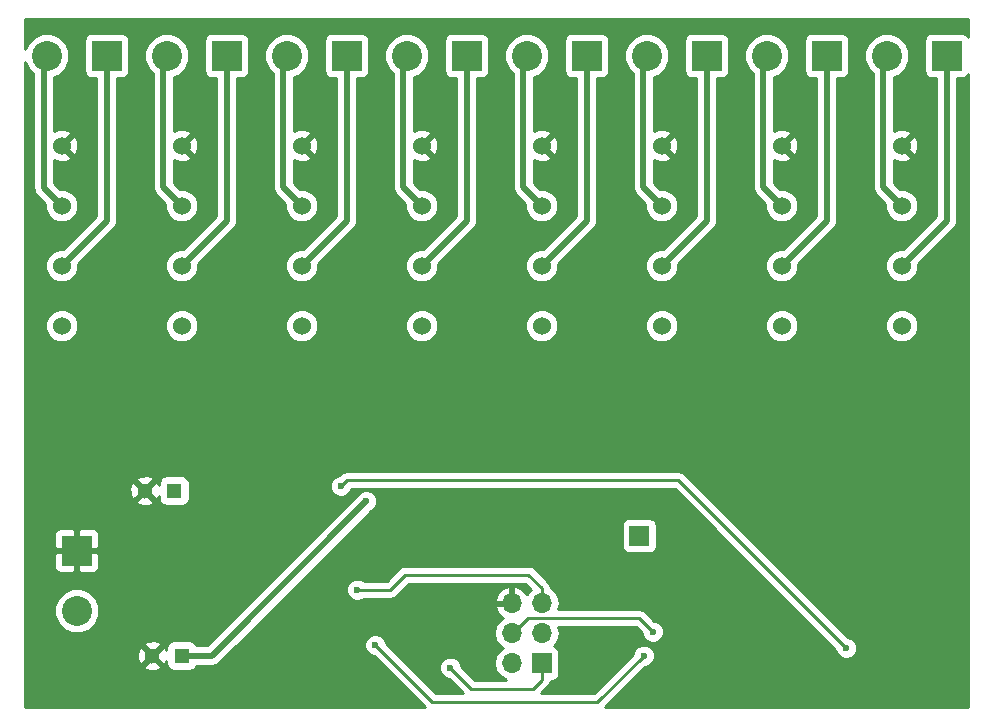
<source format=gbl>
G04 #@! TF.FileFunction,Copper,L2,Bot,Signal*
%FSLAX46Y46*%
G04 Gerber Fmt 4.6, Leading zero omitted, Abs format (unit mm)*
G04 Created by KiCad (PCBNEW 4.0.5-e0-6337~49~ubuntu16.04.1) date Tue Jan 17 08:46:27 2017*
%MOMM*%
%LPD*%
G01*
G04 APERTURE LIST*
%ADD10C,0.100000*%
%ADD11R,2.540000X2.540000*%
%ADD12C,2.540000*%
%ADD13R,1.700000X1.700000*%
%ADD14O,1.700000X1.700000*%
%ADD15C,1.524000*%
%ADD16R,1.300000X1.300000*%
%ADD17C,1.300000*%
%ADD18C,0.600000*%
%ADD19C,0.250000*%
%ADD20C,0.500000*%
%ADD21C,0.254000*%
G04 APERTURE END LIST*
D10*
D11*
X143510000Y-111760000D03*
D12*
X143510000Y-116840000D03*
D13*
X191135000Y-110490000D03*
X182880000Y-121285000D03*
D14*
X180340000Y-121285000D03*
X182880000Y-118745000D03*
X180340000Y-118745000D03*
X182880000Y-116205000D03*
X180340000Y-116205000D03*
D11*
X146050000Y-69850000D03*
D12*
X140970000Y-69850000D03*
D11*
X156210000Y-69850000D03*
D12*
X151130000Y-69850000D03*
D11*
X166370000Y-69850000D03*
D12*
X161290000Y-69850000D03*
D11*
X176530000Y-69850000D03*
D12*
X171450000Y-69850000D03*
D11*
X186690000Y-69850000D03*
D12*
X181610000Y-69850000D03*
D11*
X196850000Y-69850000D03*
D12*
X191770000Y-69850000D03*
D11*
X207010000Y-69850000D03*
D12*
X201930000Y-69850000D03*
D11*
X217170000Y-69850000D03*
D12*
X212090000Y-69850000D03*
D15*
X142240000Y-92710000D03*
X142240000Y-87630000D03*
X142240000Y-82550000D03*
X142240000Y-77470000D03*
X152400000Y-92710000D03*
X152400000Y-87630000D03*
X152400000Y-82550000D03*
X152400000Y-77470000D03*
X162560000Y-92710000D03*
X162560000Y-87630000D03*
X162560000Y-82550000D03*
X162560000Y-77470000D03*
X172720000Y-92710000D03*
X172720000Y-87630000D03*
X172720000Y-82550000D03*
X172720000Y-77470000D03*
X182880000Y-92710000D03*
X182880000Y-87630000D03*
X182880000Y-82550000D03*
X182880000Y-77470000D03*
X193040000Y-92710000D03*
X193040000Y-87630000D03*
X193040000Y-82550000D03*
X193040000Y-77470000D03*
X203200000Y-92710000D03*
X203200000Y-87630000D03*
X203200000Y-82550000D03*
X203200000Y-77470000D03*
X213360000Y-92710000D03*
X213360000Y-87630000D03*
X213360000Y-82550000D03*
X213360000Y-77470000D03*
D16*
X152400000Y-120650000D03*
D17*
X149900000Y-120650000D03*
D16*
X151765000Y-106680000D03*
D17*
X149265000Y-106680000D03*
D18*
X175895000Y-110871000D03*
X168783000Y-119761000D03*
X191516000Y-120650000D03*
X192278000Y-118618000D03*
X175133000Y-121666000D03*
X167259000Y-115062000D03*
X165862000Y-106299000D03*
X208661000Y-120015000D03*
X168021000Y-107569000D03*
D19*
X175895000Y-110871000D02*
X171577000Y-106553000D01*
X171577000Y-106553000D02*
X167259000Y-106553000D01*
X167259000Y-106553000D02*
X165100000Y-108712000D01*
X165100000Y-108712000D02*
X151297000Y-108712000D01*
X151297000Y-108712000D02*
X149265000Y-106680000D01*
X173609000Y-124587000D02*
X178181000Y-124587000D01*
X168783000Y-119761000D02*
X173609000Y-124587000D01*
X187579000Y-124587000D02*
X191516000Y-120650000D01*
X178181000Y-124587000D02*
X187579000Y-124587000D01*
X191135000Y-117475000D02*
X187960000Y-117475000D01*
X192278000Y-118618000D02*
X191135000Y-117475000D01*
X180340000Y-118745000D02*
X180467000Y-118745000D01*
X180467000Y-118745000D02*
X181737000Y-117475000D01*
X181737000Y-117475000D02*
X187960000Y-117475000D01*
X176911000Y-123444000D02*
X182118000Y-123444000D01*
X182880000Y-122682000D02*
X182880000Y-121285000D01*
X182118000Y-123444000D02*
X182880000Y-122682000D01*
X175133000Y-121666000D02*
X176911000Y-123444000D01*
X182880000Y-116205000D02*
X182880000Y-114935000D01*
X182880000Y-114935000D02*
X181737000Y-113792000D01*
X170053000Y-115062000D02*
X167259000Y-115062000D01*
X171323000Y-113792000D02*
X170053000Y-115062000D01*
X181737000Y-113792000D02*
X171323000Y-113792000D01*
X194437000Y-105791000D02*
X196723000Y-108077000D01*
X166370000Y-105791000D02*
X194437000Y-105791000D01*
X165862000Y-106299000D02*
X166370000Y-105791000D01*
X208661000Y-120015000D02*
X196723000Y-108077000D01*
D20*
X154940000Y-120650000D02*
X152400000Y-120650000D01*
X168021000Y-107569000D02*
X154940000Y-120650000D01*
X146050000Y-83820000D02*
X146050000Y-69850000D01*
X142240000Y-87630000D02*
X146050000Y-83820000D01*
X140714000Y-70105900D02*
X140970000Y-69850000D01*
X140714000Y-81024100D02*
X140714000Y-70105900D01*
X142240000Y-82550000D02*
X140714000Y-81024100D01*
X156210000Y-83820000D02*
X156210000Y-69850000D01*
X152400000Y-87630000D02*
X156210000Y-83820000D01*
X150843000Y-70136800D02*
X151130000Y-69850000D01*
X150843000Y-80993200D02*
X150843000Y-70136800D01*
X152400000Y-82550000D02*
X150843000Y-80993200D01*
X166370000Y-83820000D02*
X166370000Y-69850000D01*
X162560000Y-87630000D02*
X166370000Y-83820000D01*
X161003000Y-70136800D02*
X161290000Y-69850000D01*
X161003000Y-80993200D02*
X161003000Y-70136800D01*
X162560000Y-82550000D02*
X161003000Y-80993200D01*
X176530000Y-83820000D02*
X176530000Y-69850000D01*
X172720000Y-87630000D02*
X176530000Y-83820000D01*
X171163000Y-70136800D02*
X171450000Y-69850000D01*
X171163000Y-80993200D02*
X171163000Y-70136800D01*
X172720000Y-82550000D02*
X171163000Y-80993200D01*
X186690000Y-83820000D02*
X186690000Y-69850000D01*
X182880000Y-87630000D02*
X186690000Y-83820000D01*
X181323000Y-70136800D02*
X181610000Y-69850000D01*
X181323000Y-80993200D02*
X181323000Y-70136800D01*
X182880000Y-82550000D02*
X181323000Y-80993200D01*
X196850000Y-83820000D02*
X196850000Y-69850000D01*
X193040000Y-87630000D02*
X196850000Y-83820000D01*
X191483000Y-70136800D02*
X191770000Y-69850000D01*
X191483000Y-80993200D02*
X191483000Y-70136800D01*
X193040000Y-82550000D02*
X191483000Y-80993200D01*
X207010000Y-83820000D02*
X207010000Y-69850000D01*
X203200000Y-87630000D02*
X207010000Y-83820000D01*
X201643000Y-70136800D02*
X201930000Y-69850000D01*
X201643000Y-80993200D02*
X201643000Y-70136800D01*
X203200000Y-82550000D02*
X201643000Y-80993200D01*
X217170000Y-83820000D02*
X217170000Y-69850000D01*
X213360000Y-87630000D02*
X217170000Y-83820000D01*
X211803000Y-70136800D02*
X212090000Y-69850000D01*
X211803000Y-80993200D02*
X211803000Y-70136800D01*
X213360000Y-82550000D02*
X211803000Y-80993200D01*
D21*
G36*
X219000000Y-68277607D02*
X218904090Y-68128559D01*
X218691890Y-67983569D01*
X218440000Y-67932560D01*
X215900000Y-67932560D01*
X215664683Y-67976838D01*
X215448559Y-68115910D01*
X215303569Y-68328110D01*
X215252560Y-68580000D01*
X215252560Y-71120000D01*
X215296838Y-71355317D01*
X215435910Y-71571441D01*
X215648110Y-71716431D01*
X215900000Y-71767440D01*
X216285000Y-71767440D01*
X216285000Y-83453421D01*
X213505294Y-86233126D01*
X213083339Y-86232758D01*
X212569697Y-86444990D01*
X212176371Y-86837630D01*
X211963243Y-87350900D01*
X211962758Y-87906661D01*
X212174990Y-88420303D01*
X212567630Y-88813629D01*
X213080900Y-89026757D01*
X213636661Y-89027242D01*
X214150303Y-88815010D01*
X214543629Y-88422370D01*
X214756757Y-87909100D01*
X214757128Y-87484452D01*
X217795787Y-84445792D01*
X217795790Y-84445790D01*
X217987633Y-84158675D01*
X218029690Y-83947242D01*
X218055001Y-83820000D01*
X218055000Y-83819995D01*
X218055000Y-71767440D01*
X218440000Y-71767440D01*
X218675317Y-71723162D01*
X218891441Y-71584090D01*
X219000000Y-71425209D01*
X219000000Y-125020000D01*
X188220802Y-125020000D01*
X191655680Y-121585122D01*
X191701167Y-121585162D01*
X192044943Y-121443117D01*
X192308192Y-121180327D01*
X192450838Y-120836799D01*
X192451162Y-120464833D01*
X192309117Y-120121057D01*
X192046327Y-119857808D01*
X191702799Y-119715162D01*
X191330833Y-119714838D01*
X190987057Y-119856883D01*
X190723808Y-120119673D01*
X190581162Y-120463201D01*
X190581121Y-120510077D01*
X187264198Y-123827000D01*
X182809802Y-123827000D01*
X183417401Y-123219401D01*
X183582148Y-122972839D01*
X183620021Y-122782440D01*
X183730000Y-122782440D01*
X183965317Y-122738162D01*
X184181441Y-122599090D01*
X184326431Y-122386890D01*
X184377440Y-122135000D01*
X184377440Y-120435000D01*
X184333162Y-120199683D01*
X184194090Y-119983559D01*
X183981890Y-119838569D01*
X183914459Y-119824914D01*
X183959147Y-119795054D01*
X184281054Y-119313285D01*
X184394093Y-118745000D01*
X184292648Y-118235000D01*
X190820198Y-118235000D01*
X191342878Y-118757680D01*
X191342838Y-118803167D01*
X191484883Y-119146943D01*
X191747673Y-119410192D01*
X192091201Y-119552838D01*
X192463167Y-119553162D01*
X192806943Y-119411117D01*
X193070192Y-119148327D01*
X193212838Y-118804799D01*
X193213162Y-118432833D01*
X193071117Y-118089057D01*
X192808327Y-117825808D01*
X192464799Y-117683162D01*
X192417923Y-117683121D01*
X191672401Y-116937599D01*
X191425839Y-116772852D01*
X191135000Y-116715000D01*
X184292648Y-116715000D01*
X184394093Y-116205000D01*
X184281054Y-115636715D01*
X183959147Y-115154946D01*
X183640000Y-114941699D01*
X183640000Y-114935000D01*
X183582148Y-114644161D01*
X183417401Y-114397599D01*
X182274401Y-113254599D01*
X182027839Y-113089852D01*
X181737000Y-113032000D01*
X171323000Y-113032000D01*
X171032160Y-113089852D01*
X170785599Y-113254599D01*
X169738198Y-114302000D01*
X167821463Y-114302000D01*
X167789327Y-114269808D01*
X167445799Y-114127162D01*
X167073833Y-114126838D01*
X166730057Y-114268883D01*
X166466808Y-114531673D01*
X166324162Y-114875201D01*
X166323838Y-115247167D01*
X166465883Y-115590943D01*
X166728673Y-115854192D01*
X167072201Y-115996838D01*
X167444167Y-115997162D01*
X167787943Y-115855117D01*
X167794962Y-115848110D01*
X178898524Y-115848110D01*
X179019845Y-116078000D01*
X180213000Y-116078000D01*
X180213000Y-114884181D01*
X179983108Y-114763514D01*
X179458642Y-115009817D01*
X179068355Y-115438076D01*
X178898524Y-115848110D01*
X167794962Y-115848110D01*
X167821118Y-115822000D01*
X170053000Y-115822000D01*
X170343839Y-115764148D01*
X170590401Y-115599401D01*
X171637802Y-114552000D01*
X181422198Y-114552000D01*
X181935306Y-115065108D01*
X181800853Y-115154946D01*
X181611655Y-115438101D01*
X181611645Y-115438076D01*
X181221358Y-115009817D01*
X180696892Y-114763514D01*
X180467000Y-114884181D01*
X180467000Y-116078000D01*
X180487000Y-116078000D01*
X180487000Y-116332000D01*
X180467000Y-116332000D01*
X180467000Y-116352000D01*
X180213000Y-116352000D01*
X180213000Y-116332000D01*
X179019845Y-116332000D01*
X178898524Y-116561890D01*
X179068355Y-116971924D01*
X179458642Y-117400183D01*
X179601553Y-117467298D01*
X179260853Y-117694946D01*
X178938946Y-118176715D01*
X178825907Y-118745000D01*
X178938946Y-119313285D01*
X179260853Y-119795054D01*
X179590026Y-120015000D01*
X179260853Y-120234946D01*
X178938946Y-120716715D01*
X178825907Y-121285000D01*
X178938946Y-121853285D01*
X179260853Y-122335054D01*
X179742622Y-122656961D01*
X179878556Y-122684000D01*
X177225802Y-122684000D01*
X176068122Y-121526320D01*
X176068162Y-121480833D01*
X175926117Y-121137057D01*
X175663327Y-120873808D01*
X175319799Y-120731162D01*
X174947833Y-120730838D01*
X174604057Y-120872883D01*
X174340808Y-121135673D01*
X174198162Y-121479201D01*
X174197838Y-121851167D01*
X174339883Y-122194943D01*
X174602673Y-122458192D01*
X174946201Y-122600838D01*
X174993077Y-122600879D01*
X176219198Y-123827000D01*
X173923802Y-123827000D01*
X169718122Y-119621320D01*
X169718162Y-119575833D01*
X169576117Y-119232057D01*
X169313327Y-118968808D01*
X168969799Y-118826162D01*
X168597833Y-118825838D01*
X168254057Y-118967883D01*
X167990808Y-119230673D01*
X167848162Y-119574201D01*
X167847838Y-119946167D01*
X167989883Y-120289943D01*
X168252673Y-120553192D01*
X168596201Y-120695838D01*
X168643077Y-120695879D01*
X172967198Y-125020000D01*
X139140000Y-125020000D01*
X139140000Y-121549016D01*
X149180590Y-121549016D01*
X149236271Y-121779611D01*
X149719078Y-121947622D01*
X150229428Y-121918083D01*
X150563729Y-121779611D01*
X150619410Y-121549016D01*
X149900000Y-120829605D01*
X149180590Y-121549016D01*
X139140000Y-121549016D01*
X139140000Y-120469078D01*
X148602378Y-120469078D01*
X148631917Y-120979428D01*
X148770389Y-121313729D01*
X149000984Y-121369410D01*
X149720395Y-120650000D01*
X150079605Y-120650000D01*
X150799016Y-121369410D01*
X151029611Y-121313729D01*
X151102560Y-121104098D01*
X151102560Y-121300000D01*
X151146838Y-121535317D01*
X151285910Y-121751441D01*
X151498110Y-121896431D01*
X151750000Y-121947440D01*
X153050000Y-121947440D01*
X153285317Y-121903162D01*
X153501441Y-121764090D01*
X153646431Y-121551890D01*
X153649851Y-121535000D01*
X154939995Y-121535000D01*
X154940000Y-121535001D01*
X155222484Y-121478810D01*
X155278675Y-121467633D01*
X155565790Y-121275790D01*
X167201579Y-109640000D01*
X189637560Y-109640000D01*
X189637560Y-111340000D01*
X189681838Y-111575317D01*
X189820910Y-111791441D01*
X190033110Y-111936431D01*
X190285000Y-111987440D01*
X191985000Y-111987440D01*
X192220317Y-111943162D01*
X192436441Y-111804090D01*
X192581431Y-111591890D01*
X192632440Y-111340000D01*
X192632440Y-109640000D01*
X192588162Y-109404683D01*
X192449090Y-109188559D01*
X192236890Y-109043569D01*
X191985000Y-108992560D01*
X190285000Y-108992560D01*
X190049683Y-109036838D01*
X189833559Y-109175910D01*
X189688569Y-109388110D01*
X189637560Y-109640000D01*
X167201579Y-109640000D01*
X168429834Y-108411745D01*
X168549943Y-108362117D01*
X168813192Y-108099327D01*
X168955838Y-107755799D01*
X168956162Y-107383833D01*
X168814117Y-107040057D01*
X168551327Y-106776808D01*
X168207799Y-106634162D01*
X167835833Y-106633838D01*
X167492057Y-106775883D01*
X167228808Y-107038673D01*
X167178434Y-107159987D01*
X154573420Y-119765000D01*
X153653222Y-119765000D01*
X153653162Y-119764683D01*
X153514090Y-119548559D01*
X153301890Y-119403569D01*
X153050000Y-119352560D01*
X151750000Y-119352560D01*
X151514683Y-119396838D01*
X151298559Y-119535910D01*
X151153569Y-119748110D01*
X151102560Y-120000000D01*
X151102560Y-120162385D01*
X151029611Y-119986271D01*
X150799016Y-119930590D01*
X150079605Y-120650000D01*
X149720395Y-120650000D01*
X149000984Y-119930590D01*
X148770389Y-119986271D01*
X148602378Y-120469078D01*
X139140000Y-120469078D01*
X139140000Y-119750984D01*
X149180590Y-119750984D01*
X149900000Y-120470395D01*
X150619410Y-119750984D01*
X150563729Y-119520389D01*
X150080922Y-119352378D01*
X149570572Y-119381917D01*
X149236271Y-119520389D01*
X149180590Y-119750984D01*
X139140000Y-119750984D01*
X139140000Y-117217265D01*
X141604670Y-117217265D01*
X141894078Y-117917686D01*
X142429495Y-118454039D01*
X143129410Y-118744668D01*
X143887265Y-118745330D01*
X144587686Y-118455922D01*
X145124039Y-117920505D01*
X145414668Y-117220590D01*
X145415330Y-116462735D01*
X145125922Y-115762314D01*
X144590505Y-115225961D01*
X143890590Y-114935332D01*
X143132735Y-114934670D01*
X142432314Y-115224078D01*
X141895961Y-115759495D01*
X141605332Y-116459410D01*
X141604670Y-117217265D01*
X139140000Y-117217265D01*
X139140000Y-112045750D01*
X141605000Y-112045750D01*
X141605000Y-113156309D01*
X141701673Y-113389698D01*
X141880301Y-113568327D01*
X142113690Y-113665000D01*
X143224250Y-113665000D01*
X143383000Y-113506250D01*
X143383000Y-111887000D01*
X143637000Y-111887000D01*
X143637000Y-113506250D01*
X143795750Y-113665000D01*
X144906310Y-113665000D01*
X145139699Y-113568327D01*
X145318327Y-113389698D01*
X145415000Y-113156309D01*
X145415000Y-112045750D01*
X145256250Y-111887000D01*
X143637000Y-111887000D01*
X143383000Y-111887000D01*
X141763750Y-111887000D01*
X141605000Y-112045750D01*
X139140000Y-112045750D01*
X139140000Y-110363691D01*
X141605000Y-110363691D01*
X141605000Y-111474250D01*
X141763750Y-111633000D01*
X143383000Y-111633000D01*
X143383000Y-110013750D01*
X143637000Y-110013750D01*
X143637000Y-111633000D01*
X145256250Y-111633000D01*
X145415000Y-111474250D01*
X145415000Y-110363691D01*
X145318327Y-110130302D01*
X145139699Y-109951673D01*
X144906310Y-109855000D01*
X143795750Y-109855000D01*
X143637000Y-110013750D01*
X143383000Y-110013750D01*
X143224250Y-109855000D01*
X142113690Y-109855000D01*
X141880301Y-109951673D01*
X141701673Y-110130302D01*
X141605000Y-110363691D01*
X139140000Y-110363691D01*
X139140000Y-107579016D01*
X148545590Y-107579016D01*
X148601271Y-107809611D01*
X149084078Y-107977622D01*
X149594428Y-107948083D01*
X149928729Y-107809611D01*
X149984410Y-107579016D01*
X149265000Y-106859605D01*
X148545590Y-107579016D01*
X139140000Y-107579016D01*
X139140000Y-106499078D01*
X147967378Y-106499078D01*
X147996917Y-107009428D01*
X148135389Y-107343729D01*
X148365984Y-107399410D01*
X149085395Y-106680000D01*
X149444605Y-106680000D01*
X150164016Y-107399410D01*
X150394611Y-107343729D01*
X150467560Y-107134098D01*
X150467560Y-107330000D01*
X150511838Y-107565317D01*
X150650910Y-107781441D01*
X150863110Y-107926431D01*
X151115000Y-107977440D01*
X152415000Y-107977440D01*
X152650317Y-107933162D01*
X152866441Y-107794090D01*
X153011431Y-107581890D01*
X153062440Y-107330000D01*
X153062440Y-106484167D01*
X164926838Y-106484167D01*
X165068883Y-106827943D01*
X165331673Y-107091192D01*
X165675201Y-107233838D01*
X166047167Y-107234162D01*
X166390943Y-107092117D01*
X166654192Y-106829327D01*
X166769764Y-106551000D01*
X194122198Y-106551000D01*
X196185599Y-108614401D01*
X207725878Y-120154681D01*
X207725838Y-120200167D01*
X207867883Y-120543943D01*
X208130673Y-120807192D01*
X208474201Y-120949838D01*
X208846167Y-120950162D01*
X209189943Y-120808117D01*
X209453192Y-120545327D01*
X209595838Y-120201799D01*
X209596162Y-119829833D01*
X209454117Y-119486057D01*
X209191327Y-119222808D01*
X208847799Y-119080162D01*
X208800924Y-119080121D01*
X197260401Y-107539599D01*
X194974401Y-105253599D01*
X194727839Y-105088852D01*
X194437000Y-105031000D01*
X166370000Y-105031000D01*
X166079161Y-105088852D01*
X166079159Y-105088853D01*
X166079160Y-105088853D01*
X165832599Y-105253599D01*
X165722320Y-105363878D01*
X165676833Y-105363838D01*
X165333057Y-105505883D01*
X165069808Y-105768673D01*
X164927162Y-106112201D01*
X164926838Y-106484167D01*
X153062440Y-106484167D01*
X153062440Y-106030000D01*
X153018162Y-105794683D01*
X152879090Y-105578559D01*
X152666890Y-105433569D01*
X152415000Y-105382560D01*
X151115000Y-105382560D01*
X150879683Y-105426838D01*
X150663559Y-105565910D01*
X150518569Y-105778110D01*
X150467560Y-106030000D01*
X150467560Y-106192385D01*
X150394611Y-106016271D01*
X150164016Y-105960590D01*
X149444605Y-106680000D01*
X149085395Y-106680000D01*
X148365984Y-105960590D01*
X148135389Y-106016271D01*
X147967378Y-106499078D01*
X139140000Y-106499078D01*
X139140000Y-105780984D01*
X148545590Y-105780984D01*
X149265000Y-106500395D01*
X149984410Y-105780984D01*
X149928729Y-105550389D01*
X149445922Y-105382378D01*
X148935572Y-105411917D01*
X148601271Y-105550389D01*
X148545590Y-105780984D01*
X139140000Y-105780984D01*
X139140000Y-92986661D01*
X140842758Y-92986661D01*
X141054990Y-93500303D01*
X141447630Y-93893629D01*
X141960900Y-94106757D01*
X142516661Y-94107242D01*
X143030303Y-93895010D01*
X143423629Y-93502370D01*
X143636757Y-92989100D01*
X143636759Y-92986661D01*
X151002758Y-92986661D01*
X151214990Y-93500303D01*
X151607630Y-93893629D01*
X152120900Y-94106757D01*
X152676661Y-94107242D01*
X153190303Y-93895010D01*
X153583629Y-93502370D01*
X153796757Y-92989100D01*
X153796759Y-92986661D01*
X161162758Y-92986661D01*
X161374990Y-93500303D01*
X161767630Y-93893629D01*
X162280900Y-94106757D01*
X162836661Y-94107242D01*
X163350303Y-93895010D01*
X163743629Y-93502370D01*
X163956757Y-92989100D01*
X163956759Y-92986661D01*
X171322758Y-92986661D01*
X171534990Y-93500303D01*
X171927630Y-93893629D01*
X172440900Y-94106757D01*
X172996661Y-94107242D01*
X173510303Y-93895010D01*
X173903629Y-93502370D01*
X174116757Y-92989100D01*
X174116759Y-92986661D01*
X181482758Y-92986661D01*
X181694990Y-93500303D01*
X182087630Y-93893629D01*
X182600900Y-94106757D01*
X183156661Y-94107242D01*
X183670303Y-93895010D01*
X184063629Y-93502370D01*
X184276757Y-92989100D01*
X184276759Y-92986661D01*
X191642758Y-92986661D01*
X191854990Y-93500303D01*
X192247630Y-93893629D01*
X192760900Y-94106757D01*
X193316661Y-94107242D01*
X193830303Y-93895010D01*
X194223629Y-93502370D01*
X194436757Y-92989100D01*
X194436759Y-92986661D01*
X201802758Y-92986661D01*
X202014990Y-93500303D01*
X202407630Y-93893629D01*
X202920900Y-94106757D01*
X203476661Y-94107242D01*
X203990303Y-93895010D01*
X204383629Y-93502370D01*
X204596757Y-92989100D01*
X204596759Y-92986661D01*
X211962758Y-92986661D01*
X212174990Y-93500303D01*
X212567630Y-93893629D01*
X213080900Y-94106757D01*
X213636661Y-94107242D01*
X214150303Y-93895010D01*
X214543629Y-93502370D01*
X214756757Y-92989100D01*
X214757242Y-92433339D01*
X214545010Y-91919697D01*
X214152370Y-91526371D01*
X213639100Y-91313243D01*
X213083339Y-91312758D01*
X212569697Y-91524990D01*
X212176371Y-91917630D01*
X211963243Y-92430900D01*
X211962758Y-92986661D01*
X204596759Y-92986661D01*
X204597242Y-92433339D01*
X204385010Y-91919697D01*
X203992370Y-91526371D01*
X203479100Y-91313243D01*
X202923339Y-91312758D01*
X202409697Y-91524990D01*
X202016371Y-91917630D01*
X201803243Y-92430900D01*
X201802758Y-92986661D01*
X194436759Y-92986661D01*
X194437242Y-92433339D01*
X194225010Y-91919697D01*
X193832370Y-91526371D01*
X193319100Y-91313243D01*
X192763339Y-91312758D01*
X192249697Y-91524990D01*
X191856371Y-91917630D01*
X191643243Y-92430900D01*
X191642758Y-92986661D01*
X184276759Y-92986661D01*
X184277242Y-92433339D01*
X184065010Y-91919697D01*
X183672370Y-91526371D01*
X183159100Y-91313243D01*
X182603339Y-91312758D01*
X182089697Y-91524990D01*
X181696371Y-91917630D01*
X181483243Y-92430900D01*
X181482758Y-92986661D01*
X174116759Y-92986661D01*
X174117242Y-92433339D01*
X173905010Y-91919697D01*
X173512370Y-91526371D01*
X172999100Y-91313243D01*
X172443339Y-91312758D01*
X171929697Y-91524990D01*
X171536371Y-91917630D01*
X171323243Y-92430900D01*
X171322758Y-92986661D01*
X163956759Y-92986661D01*
X163957242Y-92433339D01*
X163745010Y-91919697D01*
X163352370Y-91526371D01*
X162839100Y-91313243D01*
X162283339Y-91312758D01*
X161769697Y-91524990D01*
X161376371Y-91917630D01*
X161163243Y-92430900D01*
X161162758Y-92986661D01*
X153796759Y-92986661D01*
X153797242Y-92433339D01*
X153585010Y-91919697D01*
X153192370Y-91526371D01*
X152679100Y-91313243D01*
X152123339Y-91312758D01*
X151609697Y-91524990D01*
X151216371Y-91917630D01*
X151003243Y-92430900D01*
X151002758Y-92986661D01*
X143636759Y-92986661D01*
X143637242Y-92433339D01*
X143425010Y-91919697D01*
X143032370Y-91526371D01*
X142519100Y-91313243D01*
X141963339Y-91312758D01*
X141449697Y-91524990D01*
X141056371Y-91917630D01*
X140843243Y-92430900D01*
X140842758Y-92986661D01*
X139140000Y-92986661D01*
X139140000Y-87906661D01*
X140842758Y-87906661D01*
X141054990Y-88420303D01*
X141447630Y-88813629D01*
X141960900Y-89026757D01*
X142516661Y-89027242D01*
X143030303Y-88815010D01*
X143423629Y-88422370D01*
X143636757Y-87909100D01*
X143636759Y-87906661D01*
X151002758Y-87906661D01*
X151214990Y-88420303D01*
X151607630Y-88813629D01*
X152120900Y-89026757D01*
X152676661Y-89027242D01*
X153190303Y-88815010D01*
X153583629Y-88422370D01*
X153796757Y-87909100D01*
X153796759Y-87906661D01*
X161162758Y-87906661D01*
X161374990Y-88420303D01*
X161767630Y-88813629D01*
X162280900Y-89026757D01*
X162836661Y-89027242D01*
X163350303Y-88815010D01*
X163743629Y-88422370D01*
X163956757Y-87909100D01*
X163956759Y-87906661D01*
X171322758Y-87906661D01*
X171534990Y-88420303D01*
X171927630Y-88813629D01*
X172440900Y-89026757D01*
X172996661Y-89027242D01*
X173510303Y-88815010D01*
X173903629Y-88422370D01*
X174116757Y-87909100D01*
X174116759Y-87906661D01*
X181482758Y-87906661D01*
X181694990Y-88420303D01*
X182087630Y-88813629D01*
X182600900Y-89026757D01*
X183156661Y-89027242D01*
X183670303Y-88815010D01*
X184063629Y-88422370D01*
X184276757Y-87909100D01*
X184276759Y-87906661D01*
X191642758Y-87906661D01*
X191854990Y-88420303D01*
X192247630Y-88813629D01*
X192760900Y-89026757D01*
X193316661Y-89027242D01*
X193830303Y-88815010D01*
X194223629Y-88422370D01*
X194436757Y-87909100D01*
X194436759Y-87906661D01*
X201802758Y-87906661D01*
X202014990Y-88420303D01*
X202407630Y-88813629D01*
X202920900Y-89026757D01*
X203476661Y-89027242D01*
X203990303Y-88815010D01*
X204383629Y-88422370D01*
X204596757Y-87909100D01*
X204597128Y-87484452D01*
X207635787Y-84445792D01*
X207635790Y-84445790D01*
X207827633Y-84158675D01*
X207869690Y-83947242D01*
X207895001Y-83820000D01*
X207895000Y-83819995D01*
X207895000Y-71767440D01*
X208280000Y-71767440D01*
X208515317Y-71723162D01*
X208731441Y-71584090D01*
X208876431Y-71371890D01*
X208927440Y-71120000D01*
X208927440Y-70227265D01*
X210184670Y-70227265D01*
X210474078Y-70927686D01*
X210918000Y-71372384D01*
X210918000Y-80993200D01*
X210918005Y-80993226D01*
X210917999Y-80993257D01*
X210952651Y-81167402D01*
X210985367Y-81331875D01*
X210985384Y-81331900D01*
X210985389Y-81331927D01*
X211075895Y-81467360D01*
X211177210Y-81618990D01*
X211177236Y-81619007D01*
X211177251Y-81619030D01*
X211963126Y-82404804D01*
X211962758Y-82826661D01*
X212174990Y-83340303D01*
X212567630Y-83733629D01*
X213080900Y-83946757D01*
X213636661Y-83947242D01*
X214150303Y-83735010D01*
X214543629Y-83342370D01*
X214756757Y-82829100D01*
X214757242Y-82273339D01*
X214545010Y-81759697D01*
X214152370Y-81366371D01*
X213639100Y-81153243D01*
X213214352Y-81152872D01*
X212688000Y-80626588D01*
X212688000Y-78713497D01*
X213152302Y-78879144D01*
X213707368Y-78851362D01*
X214091143Y-78692397D01*
X214160608Y-78450213D01*
X213360000Y-77649605D01*
X213345858Y-77663748D01*
X213166253Y-77484143D01*
X213180395Y-77470000D01*
X213539605Y-77470000D01*
X214340213Y-78270608D01*
X214582397Y-78201143D01*
X214769144Y-77677698D01*
X214741362Y-77122632D01*
X214582397Y-76738857D01*
X214340213Y-76669392D01*
X213539605Y-77470000D01*
X213180395Y-77470000D01*
X213166253Y-77455858D01*
X213345858Y-77276253D01*
X213360000Y-77290395D01*
X214160608Y-76489787D01*
X214091143Y-76247603D01*
X213567698Y-76060856D01*
X213012632Y-76088638D01*
X212688000Y-76223105D01*
X212688000Y-71664124D01*
X213167686Y-71465922D01*
X213704039Y-70930505D01*
X213994668Y-70230590D01*
X213995330Y-69472735D01*
X213705922Y-68772314D01*
X213170505Y-68235961D01*
X212470590Y-67945332D01*
X211712735Y-67944670D01*
X211012314Y-68234078D01*
X210475961Y-68769495D01*
X210185332Y-69469410D01*
X210184670Y-70227265D01*
X208927440Y-70227265D01*
X208927440Y-68580000D01*
X208883162Y-68344683D01*
X208744090Y-68128559D01*
X208531890Y-67983569D01*
X208280000Y-67932560D01*
X205740000Y-67932560D01*
X205504683Y-67976838D01*
X205288559Y-68115910D01*
X205143569Y-68328110D01*
X205092560Y-68580000D01*
X205092560Y-71120000D01*
X205136838Y-71355317D01*
X205275910Y-71571441D01*
X205488110Y-71716431D01*
X205740000Y-71767440D01*
X206125000Y-71767440D01*
X206125000Y-83453421D01*
X203345294Y-86233126D01*
X202923339Y-86232758D01*
X202409697Y-86444990D01*
X202016371Y-86837630D01*
X201803243Y-87350900D01*
X201802758Y-87906661D01*
X194436759Y-87906661D01*
X194437128Y-87484452D01*
X197475787Y-84445792D01*
X197475790Y-84445790D01*
X197667633Y-84158675D01*
X197709690Y-83947242D01*
X197735001Y-83820000D01*
X197735000Y-83819995D01*
X197735000Y-71767440D01*
X198120000Y-71767440D01*
X198355317Y-71723162D01*
X198571441Y-71584090D01*
X198716431Y-71371890D01*
X198767440Y-71120000D01*
X198767440Y-70227265D01*
X200024670Y-70227265D01*
X200314078Y-70927686D01*
X200758000Y-71372384D01*
X200758000Y-80993200D01*
X200758005Y-80993226D01*
X200757999Y-80993257D01*
X200792651Y-81167402D01*
X200825367Y-81331875D01*
X200825384Y-81331900D01*
X200825389Y-81331927D01*
X200915895Y-81467360D01*
X201017210Y-81618990D01*
X201017236Y-81619007D01*
X201017251Y-81619030D01*
X201803126Y-82404804D01*
X201802758Y-82826661D01*
X202014990Y-83340303D01*
X202407630Y-83733629D01*
X202920900Y-83946757D01*
X203476661Y-83947242D01*
X203990303Y-83735010D01*
X204383629Y-83342370D01*
X204596757Y-82829100D01*
X204597242Y-82273339D01*
X204385010Y-81759697D01*
X203992370Y-81366371D01*
X203479100Y-81153243D01*
X203054352Y-81152872D01*
X202528000Y-80626588D01*
X202528000Y-78713497D01*
X202992302Y-78879144D01*
X203547368Y-78851362D01*
X203931143Y-78692397D01*
X204000608Y-78450213D01*
X203200000Y-77649605D01*
X203185858Y-77663748D01*
X203006253Y-77484143D01*
X203020395Y-77470000D01*
X203379605Y-77470000D01*
X204180213Y-78270608D01*
X204422397Y-78201143D01*
X204609144Y-77677698D01*
X204581362Y-77122632D01*
X204422397Y-76738857D01*
X204180213Y-76669392D01*
X203379605Y-77470000D01*
X203020395Y-77470000D01*
X203006253Y-77455858D01*
X203185858Y-77276253D01*
X203200000Y-77290395D01*
X204000608Y-76489787D01*
X203931143Y-76247603D01*
X203407698Y-76060856D01*
X202852632Y-76088638D01*
X202528000Y-76223105D01*
X202528000Y-71664124D01*
X203007686Y-71465922D01*
X203544039Y-70930505D01*
X203834668Y-70230590D01*
X203835330Y-69472735D01*
X203545922Y-68772314D01*
X203010505Y-68235961D01*
X202310590Y-67945332D01*
X201552735Y-67944670D01*
X200852314Y-68234078D01*
X200315961Y-68769495D01*
X200025332Y-69469410D01*
X200024670Y-70227265D01*
X198767440Y-70227265D01*
X198767440Y-68580000D01*
X198723162Y-68344683D01*
X198584090Y-68128559D01*
X198371890Y-67983569D01*
X198120000Y-67932560D01*
X195580000Y-67932560D01*
X195344683Y-67976838D01*
X195128559Y-68115910D01*
X194983569Y-68328110D01*
X194932560Y-68580000D01*
X194932560Y-71120000D01*
X194976838Y-71355317D01*
X195115910Y-71571441D01*
X195328110Y-71716431D01*
X195580000Y-71767440D01*
X195965000Y-71767440D01*
X195965000Y-83453421D01*
X193185294Y-86233126D01*
X192763339Y-86232758D01*
X192249697Y-86444990D01*
X191856371Y-86837630D01*
X191643243Y-87350900D01*
X191642758Y-87906661D01*
X184276759Y-87906661D01*
X184277128Y-87484452D01*
X187315787Y-84445792D01*
X187315790Y-84445790D01*
X187507633Y-84158675D01*
X187549690Y-83947242D01*
X187575001Y-83820000D01*
X187575000Y-83819995D01*
X187575000Y-71767440D01*
X187960000Y-71767440D01*
X188195317Y-71723162D01*
X188411441Y-71584090D01*
X188556431Y-71371890D01*
X188607440Y-71120000D01*
X188607440Y-70227265D01*
X189864670Y-70227265D01*
X190154078Y-70927686D01*
X190598000Y-71372384D01*
X190598000Y-80993200D01*
X190598005Y-80993226D01*
X190597999Y-80993257D01*
X190632651Y-81167402D01*
X190665367Y-81331875D01*
X190665384Y-81331900D01*
X190665389Y-81331927D01*
X190755895Y-81467360D01*
X190857210Y-81618990D01*
X190857236Y-81619007D01*
X190857251Y-81619030D01*
X191643126Y-82404804D01*
X191642758Y-82826661D01*
X191854990Y-83340303D01*
X192247630Y-83733629D01*
X192760900Y-83946757D01*
X193316661Y-83947242D01*
X193830303Y-83735010D01*
X194223629Y-83342370D01*
X194436757Y-82829100D01*
X194437242Y-82273339D01*
X194225010Y-81759697D01*
X193832370Y-81366371D01*
X193319100Y-81153243D01*
X192894352Y-81152872D01*
X192368000Y-80626588D01*
X192368000Y-78713497D01*
X192832302Y-78879144D01*
X193387368Y-78851362D01*
X193771143Y-78692397D01*
X193840608Y-78450213D01*
X193040000Y-77649605D01*
X193025858Y-77663748D01*
X192846253Y-77484143D01*
X192860395Y-77470000D01*
X193219605Y-77470000D01*
X194020213Y-78270608D01*
X194262397Y-78201143D01*
X194449144Y-77677698D01*
X194421362Y-77122632D01*
X194262397Y-76738857D01*
X194020213Y-76669392D01*
X193219605Y-77470000D01*
X192860395Y-77470000D01*
X192846253Y-77455858D01*
X193025858Y-77276253D01*
X193040000Y-77290395D01*
X193840608Y-76489787D01*
X193771143Y-76247603D01*
X193247698Y-76060856D01*
X192692632Y-76088638D01*
X192368000Y-76223105D01*
X192368000Y-71664124D01*
X192847686Y-71465922D01*
X193384039Y-70930505D01*
X193674668Y-70230590D01*
X193675330Y-69472735D01*
X193385922Y-68772314D01*
X192850505Y-68235961D01*
X192150590Y-67945332D01*
X191392735Y-67944670D01*
X190692314Y-68234078D01*
X190155961Y-68769495D01*
X189865332Y-69469410D01*
X189864670Y-70227265D01*
X188607440Y-70227265D01*
X188607440Y-68580000D01*
X188563162Y-68344683D01*
X188424090Y-68128559D01*
X188211890Y-67983569D01*
X187960000Y-67932560D01*
X185420000Y-67932560D01*
X185184683Y-67976838D01*
X184968559Y-68115910D01*
X184823569Y-68328110D01*
X184772560Y-68580000D01*
X184772560Y-71120000D01*
X184816838Y-71355317D01*
X184955910Y-71571441D01*
X185168110Y-71716431D01*
X185420000Y-71767440D01*
X185805000Y-71767440D01*
X185805000Y-83453421D01*
X183025294Y-86233126D01*
X182603339Y-86232758D01*
X182089697Y-86444990D01*
X181696371Y-86837630D01*
X181483243Y-87350900D01*
X181482758Y-87906661D01*
X174116759Y-87906661D01*
X174117128Y-87484452D01*
X177155787Y-84445792D01*
X177155790Y-84445790D01*
X177347633Y-84158675D01*
X177389690Y-83947242D01*
X177415001Y-83820000D01*
X177415000Y-83819995D01*
X177415000Y-71767440D01*
X177800000Y-71767440D01*
X178035317Y-71723162D01*
X178251441Y-71584090D01*
X178396431Y-71371890D01*
X178447440Y-71120000D01*
X178447440Y-70227265D01*
X179704670Y-70227265D01*
X179994078Y-70927686D01*
X180438000Y-71372384D01*
X180438000Y-80993200D01*
X180438005Y-80993226D01*
X180437999Y-80993257D01*
X180472651Y-81167402D01*
X180505367Y-81331875D01*
X180505384Y-81331900D01*
X180505389Y-81331927D01*
X180595895Y-81467360D01*
X180697210Y-81618990D01*
X180697236Y-81619007D01*
X180697251Y-81619030D01*
X181483126Y-82404804D01*
X181482758Y-82826661D01*
X181694990Y-83340303D01*
X182087630Y-83733629D01*
X182600900Y-83946757D01*
X183156661Y-83947242D01*
X183670303Y-83735010D01*
X184063629Y-83342370D01*
X184276757Y-82829100D01*
X184277242Y-82273339D01*
X184065010Y-81759697D01*
X183672370Y-81366371D01*
X183159100Y-81153243D01*
X182734352Y-81152872D01*
X182208000Y-80626588D01*
X182208000Y-78713497D01*
X182672302Y-78879144D01*
X183227368Y-78851362D01*
X183611143Y-78692397D01*
X183680608Y-78450213D01*
X182880000Y-77649605D01*
X182865858Y-77663748D01*
X182686253Y-77484143D01*
X182700395Y-77470000D01*
X183059605Y-77470000D01*
X183860213Y-78270608D01*
X184102397Y-78201143D01*
X184289144Y-77677698D01*
X184261362Y-77122632D01*
X184102397Y-76738857D01*
X183860213Y-76669392D01*
X183059605Y-77470000D01*
X182700395Y-77470000D01*
X182686253Y-77455858D01*
X182865858Y-77276253D01*
X182880000Y-77290395D01*
X183680608Y-76489787D01*
X183611143Y-76247603D01*
X183087698Y-76060856D01*
X182532632Y-76088638D01*
X182208000Y-76223105D01*
X182208000Y-71664124D01*
X182687686Y-71465922D01*
X183224039Y-70930505D01*
X183514668Y-70230590D01*
X183515330Y-69472735D01*
X183225922Y-68772314D01*
X182690505Y-68235961D01*
X181990590Y-67945332D01*
X181232735Y-67944670D01*
X180532314Y-68234078D01*
X179995961Y-68769495D01*
X179705332Y-69469410D01*
X179704670Y-70227265D01*
X178447440Y-70227265D01*
X178447440Y-68580000D01*
X178403162Y-68344683D01*
X178264090Y-68128559D01*
X178051890Y-67983569D01*
X177800000Y-67932560D01*
X175260000Y-67932560D01*
X175024683Y-67976838D01*
X174808559Y-68115910D01*
X174663569Y-68328110D01*
X174612560Y-68580000D01*
X174612560Y-71120000D01*
X174656838Y-71355317D01*
X174795910Y-71571441D01*
X175008110Y-71716431D01*
X175260000Y-71767440D01*
X175645000Y-71767440D01*
X175645000Y-83453421D01*
X172865294Y-86233126D01*
X172443339Y-86232758D01*
X171929697Y-86444990D01*
X171536371Y-86837630D01*
X171323243Y-87350900D01*
X171322758Y-87906661D01*
X163956759Y-87906661D01*
X163957128Y-87484452D01*
X166995787Y-84445792D01*
X166995790Y-84445790D01*
X167187633Y-84158675D01*
X167229690Y-83947242D01*
X167255001Y-83820000D01*
X167255000Y-83819995D01*
X167255000Y-71767440D01*
X167640000Y-71767440D01*
X167875317Y-71723162D01*
X168091441Y-71584090D01*
X168236431Y-71371890D01*
X168287440Y-71120000D01*
X168287440Y-70227265D01*
X169544670Y-70227265D01*
X169834078Y-70927686D01*
X170278000Y-71372384D01*
X170278000Y-80993200D01*
X170278005Y-80993226D01*
X170277999Y-80993257D01*
X170312651Y-81167402D01*
X170345367Y-81331875D01*
X170345384Y-81331900D01*
X170345389Y-81331927D01*
X170435895Y-81467360D01*
X170537210Y-81618990D01*
X170537236Y-81619007D01*
X170537251Y-81619030D01*
X171323126Y-82404804D01*
X171322758Y-82826661D01*
X171534990Y-83340303D01*
X171927630Y-83733629D01*
X172440900Y-83946757D01*
X172996661Y-83947242D01*
X173510303Y-83735010D01*
X173903629Y-83342370D01*
X174116757Y-82829100D01*
X174117242Y-82273339D01*
X173905010Y-81759697D01*
X173512370Y-81366371D01*
X172999100Y-81153243D01*
X172574352Y-81152872D01*
X172048000Y-80626588D01*
X172048000Y-78713497D01*
X172512302Y-78879144D01*
X173067368Y-78851362D01*
X173451143Y-78692397D01*
X173520608Y-78450213D01*
X172720000Y-77649605D01*
X172705858Y-77663748D01*
X172526253Y-77484143D01*
X172540395Y-77470000D01*
X172899605Y-77470000D01*
X173700213Y-78270608D01*
X173942397Y-78201143D01*
X174129144Y-77677698D01*
X174101362Y-77122632D01*
X173942397Y-76738857D01*
X173700213Y-76669392D01*
X172899605Y-77470000D01*
X172540395Y-77470000D01*
X172526253Y-77455858D01*
X172705858Y-77276253D01*
X172720000Y-77290395D01*
X173520608Y-76489787D01*
X173451143Y-76247603D01*
X172927698Y-76060856D01*
X172372632Y-76088638D01*
X172048000Y-76223105D01*
X172048000Y-71664124D01*
X172527686Y-71465922D01*
X173064039Y-70930505D01*
X173354668Y-70230590D01*
X173355330Y-69472735D01*
X173065922Y-68772314D01*
X172530505Y-68235961D01*
X171830590Y-67945332D01*
X171072735Y-67944670D01*
X170372314Y-68234078D01*
X169835961Y-68769495D01*
X169545332Y-69469410D01*
X169544670Y-70227265D01*
X168287440Y-70227265D01*
X168287440Y-68580000D01*
X168243162Y-68344683D01*
X168104090Y-68128559D01*
X167891890Y-67983569D01*
X167640000Y-67932560D01*
X165100000Y-67932560D01*
X164864683Y-67976838D01*
X164648559Y-68115910D01*
X164503569Y-68328110D01*
X164452560Y-68580000D01*
X164452560Y-71120000D01*
X164496838Y-71355317D01*
X164635910Y-71571441D01*
X164848110Y-71716431D01*
X165100000Y-71767440D01*
X165485000Y-71767440D01*
X165485000Y-83453421D01*
X162705294Y-86233126D01*
X162283339Y-86232758D01*
X161769697Y-86444990D01*
X161376371Y-86837630D01*
X161163243Y-87350900D01*
X161162758Y-87906661D01*
X153796759Y-87906661D01*
X153797128Y-87484452D01*
X156835787Y-84445792D01*
X156835790Y-84445790D01*
X157027633Y-84158675D01*
X157069690Y-83947242D01*
X157095001Y-83820000D01*
X157095000Y-83819995D01*
X157095000Y-71767440D01*
X157480000Y-71767440D01*
X157715317Y-71723162D01*
X157931441Y-71584090D01*
X158076431Y-71371890D01*
X158127440Y-71120000D01*
X158127440Y-70227265D01*
X159384670Y-70227265D01*
X159674078Y-70927686D01*
X160118000Y-71372384D01*
X160118000Y-80993200D01*
X160118005Y-80993226D01*
X160117999Y-80993257D01*
X160152651Y-81167402D01*
X160185367Y-81331875D01*
X160185384Y-81331900D01*
X160185389Y-81331927D01*
X160275895Y-81467360D01*
X160377210Y-81618990D01*
X160377236Y-81619007D01*
X160377251Y-81619030D01*
X161163126Y-82404804D01*
X161162758Y-82826661D01*
X161374990Y-83340303D01*
X161767630Y-83733629D01*
X162280900Y-83946757D01*
X162836661Y-83947242D01*
X163350303Y-83735010D01*
X163743629Y-83342370D01*
X163956757Y-82829100D01*
X163957242Y-82273339D01*
X163745010Y-81759697D01*
X163352370Y-81366371D01*
X162839100Y-81153243D01*
X162414352Y-81152872D01*
X161888000Y-80626588D01*
X161888000Y-78713497D01*
X162352302Y-78879144D01*
X162907368Y-78851362D01*
X163291143Y-78692397D01*
X163360608Y-78450213D01*
X162560000Y-77649605D01*
X162545858Y-77663748D01*
X162366253Y-77484143D01*
X162380395Y-77470000D01*
X162739605Y-77470000D01*
X163540213Y-78270608D01*
X163782397Y-78201143D01*
X163969144Y-77677698D01*
X163941362Y-77122632D01*
X163782397Y-76738857D01*
X163540213Y-76669392D01*
X162739605Y-77470000D01*
X162380395Y-77470000D01*
X162366253Y-77455858D01*
X162545858Y-77276253D01*
X162560000Y-77290395D01*
X163360608Y-76489787D01*
X163291143Y-76247603D01*
X162767698Y-76060856D01*
X162212632Y-76088638D01*
X161888000Y-76223105D01*
X161888000Y-71664124D01*
X162367686Y-71465922D01*
X162904039Y-70930505D01*
X163194668Y-70230590D01*
X163195330Y-69472735D01*
X162905922Y-68772314D01*
X162370505Y-68235961D01*
X161670590Y-67945332D01*
X160912735Y-67944670D01*
X160212314Y-68234078D01*
X159675961Y-68769495D01*
X159385332Y-69469410D01*
X159384670Y-70227265D01*
X158127440Y-70227265D01*
X158127440Y-68580000D01*
X158083162Y-68344683D01*
X157944090Y-68128559D01*
X157731890Y-67983569D01*
X157480000Y-67932560D01*
X154940000Y-67932560D01*
X154704683Y-67976838D01*
X154488559Y-68115910D01*
X154343569Y-68328110D01*
X154292560Y-68580000D01*
X154292560Y-71120000D01*
X154336838Y-71355317D01*
X154475910Y-71571441D01*
X154688110Y-71716431D01*
X154940000Y-71767440D01*
X155325000Y-71767440D01*
X155325000Y-83453421D01*
X152545294Y-86233126D01*
X152123339Y-86232758D01*
X151609697Y-86444990D01*
X151216371Y-86837630D01*
X151003243Y-87350900D01*
X151002758Y-87906661D01*
X143636759Y-87906661D01*
X143637128Y-87484452D01*
X146675787Y-84445792D01*
X146675790Y-84445790D01*
X146867633Y-84158675D01*
X146909690Y-83947242D01*
X146935001Y-83820000D01*
X146935000Y-83819995D01*
X146935000Y-71767440D01*
X147320000Y-71767440D01*
X147555317Y-71723162D01*
X147771441Y-71584090D01*
X147916431Y-71371890D01*
X147967440Y-71120000D01*
X147967440Y-70227265D01*
X149224670Y-70227265D01*
X149514078Y-70927686D01*
X149958000Y-71372384D01*
X149958000Y-80993200D01*
X149958005Y-80993226D01*
X149957999Y-80993257D01*
X149992651Y-81167402D01*
X150025367Y-81331875D01*
X150025384Y-81331900D01*
X150025389Y-81331927D01*
X150115895Y-81467360D01*
X150217210Y-81618990D01*
X150217236Y-81619007D01*
X150217251Y-81619030D01*
X151003126Y-82404804D01*
X151002758Y-82826661D01*
X151214990Y-83340303D01*
X151607630Y-83733629D01*
X152120900Y-83946757D01*
X152676661Y-83947242D01*
X153190303Y-83735010D01*
X153583629Y-83342370D01*
X153796757Y-82829100D01*
X153797242Y-82273339D01*
X153585010Y-81759697D01*
X153192370Y-81366371D01*
X152679100Y-81153243D01*
X152254352Y-81152872D01*
X151728000Y-80626588D01*
X151728000Y-78713497D01*
X152192302Y-78879144D01*
X152747368Y-78851362D01*
X153131143Y-78692397D01*
X153200608Y-78450213D01*
X152400000Y-77649605D01*
X152385858Y-77663748D01*
X152206253Y-77484143D01*
X152220395Y-77470000D01*
X152579605Y-77470000D01*
X153380213Y-78270608D01*
X153622397Y-78201143D01*
X153809144Y-77677698D01*
X153781362Y-77122632D01*
X153622397Y-76738857D01*
X153380213Y-76669392D01*
X152579605Y-77470000D01*
X152220395Y-77470000D01*
X152206253Y-77455858D01*
X152385858Y-77276253D01*
X152400000Y-77290395D01*
X153200608Y-76489787D01*
X153131143Y-76247603D01*
X152607698Y-76060856D01*
X152052632Y-76088638D01*
X151728000Y-76223105D01*
X151728000Y-71664124D01*
X152207686Y-71465922D01*
X152744039Y-70930505D01*
X153034668Y-70230590D01*
X153035330Y-69472735D01*
X152745922Y-68772314D01*
X152210505Y-68235961D01*
X151510590Y-67945332D01*
X150752735Y-67944670D01*
X150052314Y-68234078D01*
X149515961Y-68769495D01*
X149225332Y-69469410D01*
X149224670Y-70227265D01*
X147967440Y-70227265D01*
X147967440Y-68580000D01*
X147923162Y-68344683D01*
X147784090Y-68128559D01*
X147571890Y-67983569D01*
X147320000Y-67932560D01*
X144780000Y-67932560D01*
X144544683Y-67976838D01*
X144328559Y-68115910D01*
X144183569Y-68328110D01*
X144132560Y-68580000D01*
X144132560Y-71120000D01*
X144176838Y-71355317D01*
X144315910Y-71571441D01*
X144528110Y-71716431D01*
X144780000Y-71767440D01*
X145165000Y-71767440D01*
X145165000Y-83453421D01*
X142385294Y-86233126D01*
X141963339Y-86232758D01*
X141449697Y-86444990D01*
X141056371Y-86837630D01*
X140843243Y-87350900D01*
X140842758Y-87906661D01*
X139140000Y-87906661D01*
X139140000Y-70409578D01*
X139354078Y-70927686D01*
X139829000Y-71403438D01*
X139829000Y-81024100D01*
X139829002Y-81024112D01*
X139828999Y-81024129D01*
X139865203Y-81206104D01*
X139896367Y-81362775D01*
X139896375Y-81362787D01*
X139896378Y-81362801D01*
X139983650Y-81493403D01*
X140088210Y-81649890D01*
X140088224Y-81649899D01*
X140088231Y-81649910D01*
X140843126Y-82404756D01*
X140842758Y-82826661D01*
X141054990Y-83340303D01*
X141447630Y-83733629D01*
X141960900Y-83946757D01*
X142516661Y-83947242D01*
X143030303Y-83735010D01*
X143423629Y-83342370D01*
X143636757Y-82829100D01*
X143637242Y-82273339D01*
X143425010Y-81759697D01*
X143032370Y-81366371D01*
X142519100Y-81153243D01*
X142094401Y-81152872D01*
X141599000Y-80657504D01*
X141599000Y-78724557D01*
X142032302Y-78879144D01*
X142587368Y-78851362D01*
X142971143Y-78692397D01*
X143040608Y-78450213D01*
X142240000Y-77649605D01*
X142225858Y-77663748D01*
X142046253Y-77484143D01*
X142060395Y-77470000D01*
X142419605Y-77470000D01*
X143220213Y-78270608D01*
X143462397Y-78201143D01*
X143649144Y-77677698D01*
X143621362Y-77122632D01*
X143462397Y-76738857D01*
X143220213Y-76669392D01*
X142419605Y-77470000D01*
X142060395Y-77470000D01*
X142046253Y-77455858D01*
X142225858Y-77276253D01*
X142240000Y-77290395D01*
X143040608Y-76489787D01*
X142971143Y-76247603D01*
X142447698Y-76060856D01*
X141892632Y-76088638D01*
X141599000Y-76210265D01*
X141599000Y-71651315D01*
X142047686Y-71465922D01*
X142584039Y-70930505D01*
X142874668Y-70230590D01*
X142875330Y-69472735D01*
X142585922Y-68772314D01*
X142050505Y-68235961D01*
X141350590Y-67945332D01*
X140592735Y-67944670D01*
X139892314Y-68234078D01*
X139355961Y-68769495D01*
X139140000Y-69289589D01*
X139140000Y-66750000D01*
X219000000Y-66750000D01*
X219000000Y-68277607D01*
X219000000Y-68277607D01*
G37*
X219000000Y-68277607D02*
X218904090Y-68128559D01*
X218691890Y-67983569D01*
X218440000Y-67932560D01*
X215900000Y-67932560D01*
X215664683Y-67976838D01*
X215448559Y-68115910D01*
X215303569Y-68328110D01*
X215252560Y-68580000D01*
X215252560Y-71120000D01*
X215296838Y-71355317D01*
X215435910Y-71571441D01*
X215648110Y-71716431D01*
X215900000Y-71767440D01*
X216285000Y-71767440D01*
X216285000Y-83453421D01*
X213505294Y-86233126D01*
X213083339Y-86232758D01*
X212569697Y-86444990D01*
X212176371Y-86837630D01*
X211963243Y-87350900D01*
X211962758Y-87906661D01*
X212174990Y-88420303D01*
X212567630Y-88813629D01*
X213080900Y-89026757D01*
X213636661Y-89027242D01*
X214150303Y-88815010D01*
X214543629Y-88422370D01*
X214756757Y-87909100D01*
X214757128Y-87484452D01*
X217795787Y-84445792D01*
X217795790Y-84445790D01*
X217987633Y-84158675D01*
X218029690Y-83947242D01*
X218055001Y-83820000D01*
X218055000Y-83819995D01*
X218055000Y-71767440D01*
X218440000Y-71767440D01*
X218675317Y-71723162D01*
X218891441Y-71584090D01*
X219000000Y-71425209D01*
X219000000Y-125020000D01*
X188220802Y-125020000D01*
X191655680Y-121585122D01*
X191701167Y-121585162D01*
X192044943Y-121443117D01*
X192308192Y-121180327D01*
X192450838Y-120836799D01*
X192451162Y-120464833D01*
X192309117Y-120121057D01*
X192046327Y-119857808D01*
X191702799Y-119715162D01*
X191330833Y-119714838D01*
X190987057Y-119856883D01*
X190723808Y-120119673D01*
X190581162Y-120463201D01*
X190581121Y-120510077D01*
X187264198Y-123827000D01*
X182809802Y-123827000D01*
X183417401Y-123219401D01*
X183582148Y-122972839D01*
X183620021Y-122782440D01*
X183730000Y-122782440D01*
X183965317Y-122738162D01*
X184181441Y-122599090D01*
X184326431Y-122386890D01*
X184377440Y-122135000D01*
X184377440Y-120435000D01*
X184333162Y-120199683D01*
X184194090Y-119983559D01*
X183981890Y-119838569D01*
X183914459Y-119824914D01*
X183959147Y-119795054D01*
X184281054Y-119313285D01*
X184394093Y-118745000D01*
X184292648Y-118235000D01*
X190820198Y-118235000D01*
X191342878Y-118757680D01*
X191342838Y-118803167D01*
X191484883Y-119146943D01*
X191747673Y-119410192D01*
X192091201Y-119552838D01*
X192463167Y-119553162D01*
X192806943Y-119411117D01*
X193070192Y-119148327D01*
X193212838Y-118804799D01*
X193213162Y-118432833D01*
X193071117Y-118089057D01*
X192808327Y-117825808D01*
X192464799Y-117683162D01*
X192417923Y-117683121D01*
X191672401Y-116937599D01*
X191425839Y-116772852D01*
X191135000Y-116715000D01*
X184292648Y-116715000D01*
X184394093Y-116205000D01*
X184281054Y-115636715D01*
X183959147Y-115154946D01*
X183640000Y-114941699D01*
X183640000Y-114935000D01*
X183582148Y-114644161D01*
X183417401Y-114397599D01*
X182274401Y-113254599D01*
X182027839Y-113089852D01*
X181737000Y-113032000D01*
X171323000Y-113032000D01*
X171032160Y-113089852D01*
X170785599Y-113254599D01*
X169738198Y-114302000D01*
X167821463Y-114302000D01*
X167789327Y-114269808D01*
X167445799Y-114127162D01*
X167073833Y-114126838D01*
X166730057Y-114268883D01*
X166466808Y-114531673D01*
X166324162Y-114875201D01*
X166323838Y-115247167D01*
X166465883Y-115590943D01*
X166728673Y-115854192D01*
X167072201Y-115996838D01*
X167444167Y-115997162D01*
X167787943Y-115855117D01*
X167794962Y-115848110D01*
X178898524Y-115848110D01*
X179019845Y-116078000D01*
X180213000Y-116078000D01*
X180213000Y-114884181D01*
X179983108Y-114763514D01*
X179458642Y-115009817D01*
X179068355Y-115438076D01*
X178898524Y-115848110D01*
X167794962Y-115848110D01*
X167821118Y-115822000D01*
X170053000Y-115822000D01*
X170343839Y-115764148D01*
X170590401Y-115599401D01*
X171637802Y-114552000D01*
X181422198Y-114552000D01*
X181935306Y-115065108D01*
X181800853Y-115154946D01*
X181611655Y-115438101D01*
X181611645Y-115438076D01*
X181221358Y-115009817D01*
X180696892Y-114763514D01*
X180467000Y-114884181D01*
X180467000Y-116078000D01*
X180487000Y-116078000D01*
X180487000Y-116332000D01*
X180467000Y-116332000D01*
X180467000Y-116352000D01*
X180213000Y-116352000D01*
X180213000Y-116332000D01*
X179019845Y-116332000D01*
X178898524Y-116561890D01*
X179068355Y-116971924D01*
X179458642Y-117400183D01*
X179601553Y-117467298D01*
X179260853Y-117694946D01*
X178938946Y-118176715D01*
X178825907Y-118745000D01*
X178938946Y-119313285D01*
X179260853Y-119795054D01*
X179590026Y-120015000D01*
X179260853Y-120234946D01*
X178938946Y-120716715D01*
X178825907Y-121285000D01*
X178938946Y-121853285D01*
X179260853Y-122335054D01*
X179742622Y-122656961D01*
X179878556Y-122684000D01*
X177225802Y-122684000D01*
X176068122Y-121526320D01*
X176068162Y-121480833D01*
X175926117Y-121137057D01*
X175663327Y-120873808D01*
X175319799Y-120731162D01*
X174947833Y-120730838D01*
X174604057Y-120872883D01*
X174340808Y-121135673D01*
X174198162Y-121479201D01*
X174197838Y-121851167D01*
X174339883Y-122194943D01*
X174602673Y-122458192D01*
X174946201Y-122600838D01*
X174993077Y-122600879D01*
X176219198Y-123827000D01*
X173923802Y-123827000D01*
X169718122Y-119621320D01*
X169718162Y-119575833D01*
X169576117Y-119232057D01*
X169313327Y-118968808D01*
X168969799Y-118826162D01*
X168597833Y-118825838D01*
X168254057Y-118967883D01*
X167990808Y-119230673D01*
X167848162Y-119574201D01*
X167847838Y-119946167D01*
X167989883Y-120289943D01*
X168252673Y-120553192D01*
X168596201Y-120695838D01*
X168643077Y-120695879D01*
X172967198Y-125020000D01*
X139140000Y-125020000D01*
X139140000Y-121549016D01*
X149180590Y-121549016D01*
X149236271Y-121779611D01*
X149719078Y-121947622D01*
X150229428Y-121918083D01*
X150563729Y-121779611D01*
X150619410Y-121549016D01*
X149900000Y-120829605D01*
X149180590Y-121549016D01*
X139140000Y-121549016D01*
X139140000Y-120469078D01*
X148602378Y-120469078D01*
X148631917Y-120979428D01*
X148770389Y-121313729D01*
X149000984Y-121369410D01*
X149720395Y-120650000D01*
X150079605Y-120650000D01*
X150799016Y-121369410D01*
X151029611Y-121313729D01*
X151102560Y-121104098D01*
X151102560Y-121300000D01*
X151146838Y-121535317D01*
X151285910Y-121751441D01*
X151498110Y-121896431D01*
X151750000Y-121947440D01*
X153050000Y-121947440D01*
X153285317Y-121903162D01*
X153501441Y-121764090D01*
X153646431Y-121551890D01*
X153649851Y-121535000D01*
X154939995Y-121535000D01*
X154940000Y-121535001D01*
X155222484Y-121478810D01*
X155278675Y-121467633D01*
X155565790Y-121275790D01*
X167201579Y-109640000D01*
X189637560Y-109640000D01*
X189637560Y-111340000D01*
X189681838Y-111575317D01*
X189820910Y-111791441D01*
X190033110Y-111936431D01*
X190285000Y-111987440D01*
X191985000Y-111987440D01*
X192220317Y-111943162D01*
X192436441Y-111804090D01*
X192581431Y-111591890D01*
X192632440Y-111340000D01*
X192632440Y-109640000D01*
X192588162Y-109404683D01*
X192449090Y-109188559D01*
X192236890Y-109043569D01*
X191985000Y-108992560D01*
X190285000Y-108992560D01*
X190049683Y-109036838D01*
X189833559Y-109175910D01*
X189688569Y-109388110D01*
X189637560Y-109640000D01*
X167201579Y-109640000D01*
X168429834Y-108411745D01*
X168549943Y-108362117D01*
X168813192Y-108099327D01*
X168955838Y-107755799D01*
X168956162Y-107383833D01*
X168814117Y-107040057D01*
X168551327Y-106776808D01*
X168207799Y-106634162D01*
X167835833Y-106633838D01*
X167492057Y-106775883D01*
X167228808Y-107038673D01*
X167178434Y-107159987D01*
X154573420Y-119765000D01*
X153653222Y-119765000D01*
X153653162Y-119764683D01*
X153514090Y-119548559D01*
X153301890Y-119403569D01*
X153050000Y-119352560D01*
X151750000Y-119352560D01*
X151514683Y-119396838D01*
X151298559Y-119535910D01*
X151153569Y-119748110D01*
X151102560Y-120000000D01*
X151102560Y-120162385D01*
X151029611Y-119986271D01*
X150799016Y-119930590D01*
X150079605Y-120650000D01*
X149720395Y-120650000D01*
X149000984Y-119930590D01*
X148770389Y-119986271D01*
X148602378Y-120469078D01*
X139140000Y-120469078D01*
X139140000Y-119750984D01*
X149180590Y-119750984D01*
X149900000Y-120470395D01*
X150619410Y-119750984D01*
X150563729Y-119520389D01*
X150080922Y-119352378D01*
X149570572Y-119381917D01*
X149236271Y-119520389D01*
X149180590Y-119750984D01*
X139140000Y-119750984D01*
X139140000Y-117217265D01*
X141604670Y-117217265D01*
X141894078Y-117917686D01*
X142429495Y-118454039D01*
X143129410Y-118744668D01*
X143887265Y-118745330D01*
X144587686Y-118455922D01*
X145124039Y-117920505D01*
X145414668Y-117220590D01*
X145415330Y-116462735D01*
X145125922Y-115762314D01*
X144590505Y-115225961D01*
X143890590Y-114935332D01*
X143132735Y-114934670D01*
X142432314Y-115224078D01*
X141895961Y-115759495D01*
X141605332Y-116459410D01*
X141604670Y-117217265D01*
X139140000Y-117217265D01*
X139140000Y-112045750D01*
X141605000Y-112045750D01*
X141605000Y-113156309D01*
X141701673Y-113389698D01*
X141880301Y-113568327D01*
X142113690Y-113665000D01*
X143224250Y-113665000D01*
X143383000Y-113506250D01*
X143383000Y-111887000D01*
X143637000Y-111887000D01*
X143637000Y-113506250D01*
X143795750Y-113665000D01*
X144906310Y-113665000D01*
X145139699Y-113568327D01*
X145318327Y-113389698D01*
X145415000Y-113156309D01*
X145415000Y-112045750D01*
X145256250Y-111887000D01*
X143637000Y-111887000D01*
X143383000Y-111887000D01*
X141763750Y-111887000D01*
X141605000Y-112045750D01*
X139140000Y-112045750D01*
X139140000Y-110363691D01*
X141605000Y-110363691D01*
X141605000Y-111474250D01*
X141763750Y-111633000D01*
X143383000Y-111633000D01*
X143383000Y-110013750D01*
X143637000Y-110013750D01*
X143637000Y-111633000D01*
X145256250Y-111633000D01*
X145415000Y-111474250D01*
X145415000Y-110363691D01*
X145318327Y-110130302D01*
X145139699Y-109951673D01*
X144906310Y-109855000D01*
X143795750Y-109855000D01*
X143637000Y-110013750D01*
X143383000Y-110013750D01*
X143224250Y-109855000D01*
X142113690Y-109855000D01*
X141880301Y-109951673D01*
X141701673Y-110130302D01*
X141605000Y-110363691D01*
X139140000Y-110363691D01*
X139140000Y-107579016D01*
X148545590Y-107579016D01*
X148601271Y-107809611D01*
X149084078Y-107977622D01*
X149594428Y-107948083D01*
X149928729Y-107809611D01*
X149984410Y-107579016D01*
X149265000Y-106859605D01*
X148545590Y-107579016D01*
X139140000Y-107579016D01*
X139140000Y-106499078D01*
X147967378Y-106499078D01*
X147996917Y-107009428D01*
X148135389Y-107343729D01*
X148365984Y-107399410D01*
X149085395Y-106680000D01*
X149444605Y-106680000D01*
X150164016Y-107399410D01*
X150394611Y-107343729D01*
X150467560Y-107134098D01*
X150467560Y-107330000D01*
X150511838Y-107565317D01*
X150650910Y-107781441D01*
X150863110Y-107926431D01*
X151115000Y-107977440D01*
X152415000Y-107977440D01*
X152650317Y-107933162D01*
X152866441Y-107794090D01*
X153011431Y-107581890D01*
X153062440Y-107330000D01*
X153062440Y-106484167D01*
X164926838Y-106484167D01*
X165068883Y-106827943D01*
X165331673Y-107091192D01*
X165675201Y-107233838D01*
X166047167Y-107234162D01*
X166390943Y-107092117D01*
X166654192Y-106829327D01*
X166769764Y-106551000D01*
X194122198Y-106551000D01*
X196185599Y-108614401D01*
X207725878Y-120154681D01*
X207725838Y-120200167D01*
X207867883Y-120543943D01*
X208130673Y-120807192D01*
X208474201Y-120949838D01*
X208846167Y-120950162D01*
X209189943Y-120808117D01*
X209453192Y-120545327D01*
X209595838Y-120201799D01*
X209596162Y-119829833D01*
X209454117Y-119486057D01*
X209191327Y-119222808D01*
X208847799Y-119080162D01*
X208800924Y-119080121D01*
X197260401Y-107539599D01*
X194974401Y-105253599D01*
X194727839Y-105088852D01*
X194437000Y-105031000D01*
X166370000Y-105031000D01*
X166079161Y-105088852D01*
X166079159Y-105088853D01*
X166079160Y-105088853D01*
X165832599Y-105253599D01*
X165722320Y-105363878D01*
X165676833Y-105363838D01*
X165333057Y-105505883D01*
X165069808Y-105768673D01*
X164927162Y-106112201D01*
X164926838Y-106484167D01*
X153062440Y-106484167D01*
X153062440Y-106030000D01*
X153018162Y-105794683D01*
X152879090Y-105578559D01*
X152666890Y-105433569D01*
X152415000Y-105382560D01*
X151115000Y-105382560D01*
X150879683Y-105426838D01*
X150663559Y-105565910D01*
X150518569Y-105778110D01*
X150467560Y-106030000D01*
X150467560Y-106192385D01*
X150394611Y-106016271D01*
X150164016Y-105960590D01*
X149444605Y-106680000D01*
X149085395Y-106680000D01*
X148365984Y-105960590D01*
X148135389Y-106016271D01*
X147967378Y-106499078D01*
X139140000Y-106499078D01*
X139140000Y-105780984D01*
X148545590Y-105780984D01*
X149265000Y-106500395D01*
X149984410Y-105780984D01*
X149928729Y-105550389D01*
X149445922Y-105382378D01*
X148935572Y-105411917D01*
X148601271Y-105550389D01*
X148545590Y-105780984D01*
X139140000Y-105780984D01*
X139140000Y-92986661D01*
X140842758Y-92986661D01*
X141054990Y-93500303D01*
X141447630Y-93893629D01*
X141960900Y-94106757D01*
X142516661Y-94107242D01*
X143030303Y-93895010D01*
X143423629Y-93502370D01*
X143636757Y-92989100D01*
X143636759Y-92986661D01*
X151002758Y-92986661D01*
X151214990Y-93500303D01*
X151607630Y-93893629D01*
X152120900Y-94106757D01*
X152676661Y-94107242D01*
X153190303Y-93895010D01*
X153583629Y-93502370D01*
X153796757Y-92989100D01*
X153796759Y-92986661D01*
X161162758Y-92986661D01*
X161374990Y-93500303D01*
X161767630Y-93893629D01*
X162280900Y-94106757D01*
X162836661Y-94107242D01*
X163350303Y-93895010D01*
X163743629Y-93502370D01*
X163956757Y-92989100D01*
X163956759Y-92986661D01*
X171322758Y-92986661D01*
X171534990Y-93500303D01*
X171927630Y-93893629D01*
X172440900Y-94106757D01*
X172996661Y-94107242D01*
X173510303Y-93895010D01*
X173903629Y-93502370D01*
X174116757Y-92989100D01*
X174116759Y-92986661D01*
X181482758Y-92986661D01*
X181694990Y-93500303D01*
X182087630Y-93893629D01*
X182600900Y-94106757D01*
X183156661Y-94107242D01*
X183670303Y-93895010D01*
X184063629Y-93502370D01*
X184276757Y-92989100D01*
X184276759Y-92986661D01*
X191642758Y-92986661D01*
X191854990Y-93500303D01*
X192247630Y-93893629D01*
X192760900Y-94106757D01*
X193316661Y-94107242D01*
X193830303Y-93895010D01*
X194223629Y-93502370D01*
X194436757Y-92989100D01*
X194436759Y-92986661D01*
X201802758Y-92986661D01*
X202014990Y-93500303D01*
X202407630Y-93893629D01*
X202920900Y-94106757D01*
X203476661Y-94107242D01*
X203990303Y-93895010D01*
X204383629Y-93502370D01*
X204596757Y-92989100D01*
X204596759Y-92986661D01*
X211962758Y-92986661D01*
X212174990Y-93500303D01*
X212567630Y-93893629D01*
X213080900Y-94106757D01*
X213636661Y-94107242D01*
X214150303Y-93895010D01*
X214543629Y-93502370D01*
X214756757Y-92989100D01*
X214757242Y-92433339D01*
X214545010Y-91919697D01*
X214152370Y-91526371D01*
X213639100Y-91313243D01*
X213083339Y-91312758D01*
X212569697Y-91524990D01*
X212176371Y-91917630D01*
X211963243Y-92430900D01*
X211962758Y-92986661D01*
X204596759Y-92986661D01*
X204597242Y-92433339D01*
X204385010Y-91919697D01*
X203992370Y-91526371D01*
X203479100Y-91313243D01*
X202923339Y-91312758D01*
X202409697Y-91524990D01*
X202016371Y-91917630D01*
X201803243Y-92430900D01*
X201802758Y-92986661D01*
X194436759Y-92986661D01*
X194437242Y-92433339D01*
X194225010Y-91919697D01*
X193832370Y-91526371D01*
X193319100Y-91313243D01*
X192763339Y-91312758D01*
X192249697Y-91524990D01*
X191856371Y-91917630D01*
X191643243Y-92430900D01*
X191642758Y-92986661D01*
X184276759Y-92986661D01*
X184277242Y-92433339D01*
X184065010Y-91919697D01*
X183672370Y-91526371D01*
X183159100Y-91313243D01*
X182603339Y-91312758D01*
X182089697Y-91524990D01*
X181696371Y-91917630D01*
X181483243Y-92430900D01*
X181482758Y-92986661D01*
X174116759Y-92986661D01*
X174117242Y-92433339D01*
X173905010Y-91919697D01*
X173512370Y-91526371D01*
X172999100Y-91313243D01*
X172443339Y-91312758D01*
X171929697Y-91524990D01*
X171536371Y-91917630D01*
X171323243Y-92430900D01*
X171322758Y-92986661D01*
X163956759Y-92986661D01*
X163957242Y-92433339D01*
X163745010Y-91919697D01*
X163352370Y-91526371D01*
X162839100Y-91313243D01*
X162283339Y-91312758D01*
X161769697Y-91524990D01*
X161376371Y-91917630D01*
X161163243Y-92430900D01*
X161162758Y-92986661D01*
X153796759Y-92986661D01*
X153797242Y-92433339D01*
X153585010Y-91919697D01*
X153192370Y-91526371D01*
X152679100Y-91313243D01*
X152123339Y-91312758D01*
X151609697Y-91524990D01*
X151216371Y-91917630D01*
X151003243Y-92430900D01*
X151002758Y-92986661D01*
X143636759Y-92986661D01*
X143637242Y-92433339D01*
X143425010Y-91919697D01*
X143032370Y-91526371D01*
X142519100Y-91313243D01*
X141963339Y-91312758D01*
X141449697Y-91524990D01*
X141056371Y-91917630D01*
X140843243Y-92430900D01*
X140842758Y-92986661D01*
X139140000Y-92986661D01*
X139140000Y-87906661D01*
X140842758Y-87906661D01*
X141054990Y-88420303D01*
X141447630Y-88813629D01*
X141960900Y-89026757D01*
X142516661Y-89027242D01*
X143030303Y-88815010D01*
X143423629Y-88422370D01*
X143636757Y-87909100D01*
X143636759Y-87906661D01*
X151002758Y-87906661D01*
X151214990Y-88420303D01*
X151607630Y-88813629D01*
X152120900Y-89026757D01*
X152676661Y-89027242D01*
X153190303Y-88815010D01*
X153583629Y-88422370D01*
X153796757Y-87909100D01*
X153796759Y-87906661D01*
X161162758Y-87906661D01*
X161374990Y-88420303D01*
X161767630Y-88813629D01*
X162280900Y-89026757D01*
X162836661Y-89027242D01*
X163350303Y-88815010D01*
X163743629Y-88422370D01*
X163956757Y-87909100D01*
X163956759Y-87906661D01*
X171322758Y-87906661D01*
X171534990Y-88420303D01*
X171927630Y-88813629D01*
X172440900Y-89026757D01*
X172996661Y-89027242D01*
X173510303Y-88815010D01*
X173903629Y-88422370D01*
X174116757Y-87909100D01*
X174116759Y-87906661D01*
X181482758Y-87906661D01*
X181694990Y-88420303D01*
X182087630Y-88813629D01*
X182600900Y-89026757D01*
X183156661Y-89027242D01*
X183670303Y-88815010D01*
X184063629Y-88422370D01*
X184276757Y-87909100D01*
X184276759Y-87906661D01*
X191642758Y-87906661D01*
X191854990Y-88420303D01*
X192247630Y-88813629D01*
X192760900Y-89026757D01*
X193316661Y-89027242D01*
X193830303Y-88815010D01*
X194223629Y-88422370D01*
X194436757Y-87909100D01*
X194436759Y-87906661D01*
X201802758Y-87906661D01*
X202014990Y-88420303D01*
X202407630Y-88813629D01*
X202920900Y-89026757D01*
X203476661Y-89027242D01*
X203990303Y-88815010D01*
X204383629Y-88422370D01*
X204596757Y-87909100D01*
X204597128Y-87484452D01*
X207635787Y-84445792D01*
X207635790Y-84445790D01*
X207827633Y-84158675D01*
X207869690Y-83947242D01*
X207895001Y-83820000D01*
X207895000Y-83819995D01*
X207895000Y-71767440D01*
X208280000Y-71767440D01*
X208515317Y-71723162D01*
X208731441Y-71584090D01*
X208876431Y-71371890D01*
X208927440Y-71120000D01*
X208927440Y-70227265D01*
X210184670Y-70227265D01*
X210474078Y-70927686D01*
X210918000Y-71372384D01*
X210918000Y-80993200D01*
X210918005Y-80993226D01*
X210917999Y-80993257D01*
X210952651Y-81167402D01*
X210985367Y-81331875D01*
X210985384Y-81331900D01*
X210985389Y-81331927D01*
X211075895Y-81467360D01*
X211177210Y-81618990D01*
X211177236Y-81619007D01*
X211177251Y-81619030D01*
X211963126Y-82404804D01*
X211962758Y-82826661D01*
X212174990Y-83340303D01*
X212567630Y-83733629D01*
X213080900Y-83946757D01*
X213636661Y-83947242D01*
X214150303Y-83735010D01*
X214543629Y-83342370D01*
X214756757Y-82829100D01*
X214757242Y-82273339D01*
X214545010Y-81759697D01*
X214152370Y-81366371D01*
X213639100Y-81153243D01*
X213214352Y-81152872D01*
X212688000Y-80626588D01*
X212688000Y-78713497D01*
X213152302Y-78879144D01*
X213707368Y-78851362D01*
X214091143Y-78692397D01*
X214160608Y-78450213D01*
X213360000Y-77649605D01*
X213345858Y-77663748D01*
X213166253Y-77484143D01*
X213180395Y-77470000D01*
X213539605Y-77470000D01*
X214340213Y-78270608D01*
X214582397Y-78201143D01*
X214769144Y-77677698D01*
X214741362Y-77122632D01*
X214582397Y-76738857D01*
X214340213Y-76669392D01*
X213539605Y-77470000D01*
X213180395Y-77470000D01*
X213166253Y-77455858D01*
X213345858Y-77276253D01*
X213360000Y-77290395D01*
X214160608Y-76489787D01*
X214091143Y-76247603D01*
X213567698Y-76060856D01*
X213012632Y-76088638D01*
X212688000Y-76223105D01*
X212688000Y-71664124D01*
X213167686Y-71465922D01*
X213704039Y-70930505D01*
X213994668Y-70230590D01*
X213995330Y-69472735D01*
X213705922Y-68772314D01*
X213170505Y-68235961D01*
X212470590Y-67945332D01*
X211712735Y-67944670D01*
X211012314Y-68234078D01*
X210475961Y-68769495D01*
X210185332Y-69469410D01*
X210184670Y-70227265D01*
X208927440Y-70227265D01*
X208927440Y-68580000D01*
X208883162Y-68344683D01*
X208744090Y-68128559D01*
X208531890Y-67983569D01*
X208280000Y-67932560D01*
X205740000Y-67932560D01*
X205504683Y-67976838D01*
X205288559Y-68115910D01*
X205143569Y-68328110D01*
X205092560Y-68580000D01*
X205092560Y-71120000D01*
X205136838Y-71355317D01*
X205275910Y-71571441D01*
X205488110Y-71716431D01*
X205740000Y-71767440D01*
X206125000Y-71767440D01*
X206125000Y-83453421D01*
X203345294Y-86233126D01*
X202923339Y-86232758D01*
X202409697Y-86444990D01*
X202016371Y-86837630D01*
X201803243Y-87350900D01*
X201802758Y-87906661D01*
X194436759Y-87906661D01*
X194437128Y-87484452D01*
X197475787Y-84445792D01*
X197475790Y-84445790D01*
X197667633Y-84158675D01*
X197709690Y-83947242D01*
X197735001Y-83820000D01*
X197735000Y-83819995D01*
X197735000Y-71767440D01*
X198120000Y-71767440D01*
X198355317Y-71723162D01*
X198571441Y-71584090D01*
X198716431Y-71371890D01*
X198767440Y-71120000D01*
X198767440Y-70227265D01*
X200024670Y-70227265D01*
X200314078Y-70927686D01*
X200758000Y-71372384D01*
X200758000Y-80993200D01*
X200758005Y-80993226D01*
X200757999Y-80993257D01*
X200792651Y-81167402D01*
X200825367Y-81331875D01*
X200825384Y-81331900D01*
X200825389Y-81331927D01*
X200915895Y-81467360D01*
X201017210Y-81618990D01*
X201017236Y-81619007D01*
X201017251Y-81619030D01*
X201803126Y-82404804D01*
X201802758Y-82826661D01*
X202014990Y-83340303D01*
X202407630Y-83733629D01*
X202920900Y-83946757D01*
X203476661Y-83947242D01*
X203990303Y-83735010D01*
X204383629Y-83342370D01*
X204596757Y-82829100D01*
X204597242Y-82273339D01*
X204385010Y-81759697D01*
X203992370Y-81366371D01*
X203479100Y-81153243D01*
X203054352Y-81152872D01*
X202528000Y-80626588D01*
X202528000Y-78713497D01*
X202992302Y-78879144D01*
X203547368Y-78851362D01*
X203931143Y-78692397D01*
X204000608Y-78450213D01*
X203200000Y-77649605D01*
X203185858Y-77663748D01*
X203006253Y-77484143D01*
X203020395Y-77470000D01*
X203379605Y-77470000D01*
X204180213Y-78270608D01*
X204422397Y-78201143D01*
X204609144Y-77677698D01*
X204581362Y-77122632D01*
X204422397Y-76738857D01*
X204180213Y-76669392D01*
X203379605Y-77470000D01*
X203020395Y-77470000D01*
X203006253Y-77455858D01*
X203185858Y-77276253D01*
X203200000Y-77290395D01*
X204000608Y-76489787D01*
X203931143Y-76247603D01*
X203407698Y-76060856D01*
X202852632Y-76088638D01*
X202528000Y-76223105D01*
X202528000Y-71664124D01*
X203007686Y-71465922D01*
X203544039Y-70930505D01*
X203834668Y-70230590D01*
X203835330Y-69472735D01*
X203545922Y-68772314D01*
X203010505Y-68235961D01*
X202310590Y-67945332D01*
X201552735Y-67944670D01*
X200852314Y-68234078D01*
X200315961Y-68769495D01*
X200025332Y-69469410D01*
X200024670Y-70227265D01*
X198767440Y-70227265D01*
X198767440Y-68580000D01*
X198723162Y-68344683D01*
X198584090Y-68128559D01*
X198371890Y-67983569D01*
X198120000Y-67932560D01*
X195580000Y-67932560D01*
X195344683Y-67976838D01*
X195128559Y-68115910D01*
X194983569Y-68328110D01*
X194932560Y-68580000D01*
X194932560Y-71120000D01*
X194976838Y-71355317D01*
X195115910Y-71571441D01*
X195328110Y-71716431D01*
X195580000Y-71767440D01*
X195965000Y-71767440D01*
X195965000Y-83453421D01*
X193185294Y-86233126D01*
X192763339Y-86232758D01*
X192249697Y-86444990D01*
X191856371Y-86837630D01*
X191643243Y-87350900D01*
X191642758Y-87906661D01*
X184276759Y-87906661D01*
X184277128Y-87484452D01*
X187315787Y-84445792D01*
X187315790Y-84445790D01*
X187507633Y-84158675D01*
X187549690Y-83947242D01*
X187575001Y-83820000D01*
X187575000Y-83819995D01*
X187575000Y-71767440D01*
X187960000Y-71767440D01*
X188195317Y-71723162D01*
X188411441Y-71584090D01*
X188556431Y-71371890D01*
X188607440Y-71120000D01*
X188607440Y-70227265D01*
X189864670Y-70227265D01*
X190154078Y-70927686D01*
X190598000Y-71372384D01*
X190598000Y-80993200D01*
X190598005Y-80993226D01*
X190597999Y-80993257D01*
X190632651Y-81167402D01*
X190665367Y-81331875D01*
X190665384Y-81331900D01*
X190665389Y-81331927D01*
X190755895Y-81467360D01*
X190857210Y-81618990D01*
X190857236Y-81619007D01*
X190857251Y-81619030D01*
X191643126Y-82404804D01*
X191642758Y-82826661D01*
X191854990Y-83340303D01*
X192247630Y-83733629D01*
X192760900Y-83946757D01*
X193316661Y-83947242D01*
X193830303Y-83735010D01*
X194223629Y-83342370D01*
X194436757Y-82829100D01*
X194437242Y-82273339D01*
X194225010Y-81759697D01*
X193832370Y-81366371D01*
X193319100Y-81153243D01*
X192894352Y-81152872D01*
X192368000Y-80626588D01*
X192368000Y-78713497D01*
X192832302Y-78879144D01*
X193387368Y-78851362D01*
X193771143Y-78692397D01*
X193840608Y-78450213D01*
X193040000Y-77649605D01*
X193025858Y-77663748D01*
X192846253Y-77484143D01*
X192860395Y-77470000D01*
X193219605Y-77470000D01*
X194020213Y-78270608D01*
X194262397Y-78201143D01*
X194449144Y-77677698D01*
X194421362Y-77122632D01*
X194262397Y-76738857D01*
X194020213Y-76669392D01*
X193219605Y-77470000D01*
X192860395Y-77470000D01*
X192846253Y-77455858D01*
X193025858Y-77276253D01*
X193040000Y-77290395D01*
X193840608Y-76489787D01*
X193771143Y-76247603D01*
X193247698Y-76060856D01*
X192692632Y-76088638D01*
X192368000Y-76223105D01*
X192368000Y-71664124D01*
X192847686Y-71465922D01*
X193384039Y-70930505D01*
X193674668Y-70230590D01*
X193675330Y-69472735D01*
X193385922Y-68772314D01*
X192850505Y-68235961D01*
X192150590Y-67945332D01*
X191392735Y-67944670D01*
X190692314Y-68234078D01*
X190155961Y-68769495D01*
X189865332Y-69469410D01*
X189864670Y-70227265D01*
X188607440Y-70227265D01*
X188607440Y-68580000D01*
X188563162Y-68344683D01*
X188424090Y-68128559D01*
X188211890Y-67983569D01*
X187960000Y-67932560D01*
X185420000Y-67932560D01*
X185184683Y-67976838D01*
X184968559Y-68115910D01*
X184823569Y-68328110D01*
X184772560Y-68580000D01*
X184772560Y-71120000D01*
X184816838Y-71355317D01*
X184955910Y-71571441D01*
X185168110Y-71716431D01*
X185420000Y-71767440D01*
X185805000Y-71767440D01*
X185805000Y-83453421D01*
X183025294Y-86233126D01*
X182603339Y-86232758D01*
X182089697Y-86444990D01*
X181696371Y-86837630D01*
X181483243Y-87350900D01*
X181482758Y-87906661D01*
X174116759Y-87906661D01*
X174117128Y-87484452D01*
X177155787Y-84445792D01*
X177155790Y-84445790D01*
X177347633Y-84158675D01*
X177389690Y-83947242D01*
X177415001Y-83820000D01*
X177415000Y-83819995D01*
X177415000Y-71767440D01*
X177800000Y-71767440D01*
X178035317Y-71723162D01*
X178251441Y-71584090D01*
X178396431Y-71371890D01*
X178447440Y-71120000D01*
X178447440Y-70227265D01*
X179704670Y-70227265D01*
X179994078Y-70927686D01*
X180438000Y-71372384D01*
X180438000Y-80993200D01*
X180438005Y-80993226D01*
X180437999Y-80993257D01*
X180472651Y-81167402D01*
X180505367Y-81331875D01*
X180505384Y-81331900D01*
X180505389Y-81331927D01*
X180595895Y-81467360D01*
X180697210Y-81618990D01*
X180697236Y-81619007D01*
X180697251Y-81619030D01*
X181483126Y-82404804D01*
X181482758Y-82826661D01*
X181694990Y-83340303D01*
X182087630Y-83733629D01*
X182600900Y-83946757D01*
X183156661Y-83947242D01*
X183670303Y-83735010D01*
X184063629Y-83342370D01*
X184276757Y-82829100D01*
X184277242Y-82273339D01*
X184065010Y-81759697D01*
X183672370Y-81366371D01*
X183159100Y-81153243D01*
X182734352Y-81152872D01*
X182208000Y-80626588D01*
X182208000Y-78713497D01*
X182672302Y-78879144D01*
X183227368Y-78851362D01*
X183611143Y-78692397D01*
X183680608Y-78450213D01*
X182880000Y-77649605D01*
X182865858Y-77663748D01*
X182686253Y-77484143D01*
X182700395Y-77470000D01*
X183059605Y-77470000D01*
X183860213Y-78270608D01*
X184102397Y-78201143D01*
X184289144Y-77677698D01*
X184261362Y-77122632D01*
X184102397Y-76738857D01*
X183860213Y-76669392D01*
X183059605Y-77470000D01*
X182700395Y-77470000D01*
X182686253Y-77455858D01*
X182865858Y-77276253D01*
X182880000Y-77290395D01*
X183680608Y-76489787D01*
X183611143Y-76247603D01*
X183087698Y-76060856D01*
X182532632Y-76088638D01*
X182208000Y-76223105D01*
X182208000Y-71664124D01*
X182687686Y-71465922D01*
X183224039Y-70930505D01*
X183514668Y-70230590D01*
X183515330Y-69472735D01*
X183225922Y-68772314D01*
X182690505Y-68235961D01*
X181990590Y-67945332D01*
X181232735Y-67944670D01*
X180532314Y-68234078D01*
X179995961Y-68769495D01*
X179705332Y-69469410D01*
X179704670Y-70227265D01*
X178447440Y-70227265D01*
X178447440Y-68580000D01*
X178403162Y-68344683D01*
X178264090Y-68128559D01*
X178051890Y-67983569D01*
X177800000Y-67932560D01*
X175260000Y-67932560D01*
X175024683Y-67976838D01*
X174808559Y-68115910D01*
X174663569Y-68328110D01*
X174612560Y-68580000D01*
X174612560Y-71120000D01*
X174656838Y-71355317D01*
X174795910Y-71571441D01*
X175008110Y-71716431D01*
X175260000Y-71767440D01*
X175645000Y-71767440D01*
X175645000Y-83453421D01*
X172865294Y-86233126D01*
X172443339Y-86232758D01*
X171929697Y-86444990D01*
X171536371Y-86837630D01*
X171323243Y-87350900D01*
X171322758Y-87906661D01*
X163956759Y-87906661D01*
X163957128Y-87484452D01*
X166995787Y-84445792D01*
X166995790Y-84445790D01*
X167187633Y-84158675D01*
X167229690Y-83947242D01*
X167255001Y-83820000D01*
X167255000Y-83819995D01*
X167255000Y-71767440D01*
X167640000Y-71767440D01*
X167875317Y-71723162D01*
X168091441Y-71584090D01*
X168236431Y-71371890D01*
X168287440Y-71120000D01*
X168287440Y-70227265D01*
X169544670Y-70227265D01*
X169834078Y-70927686D01*
X170278000Y-71372384D01*
X170278000Y-80993200D01*
X170278005Y-80993226D01*
X170277999Y-80993257D01*
X170312651Y-81167402D01*
X170345367Y-81331875D01*
X170345384Y-81331900D01*
X170345389Y-81331927D01*
X170435895Y-81467360D01*
X170537210Y-81618990D01*
X170537236Y-81619007D01*
X170537251Y-81619030D01*
X171323126Y-82404804D01*
X171322758Y-82826661D01*
X171534990Y-83340303D01*
X171927630Y-83733629D01*
X172440900Y-83946757D01*
X172996661Y-83947242D01*
X173510303Y-83735010D01*
X173903629Y-83342370D01*
X174116757Y-82829100D01*
X174117242Y-82273339D01*
X173905010Y-81759697D01*
X173512370Y-81366371D01*
X172999100Y-81153243D01*
X172574352Y-81152872D01*
X172048000Y-80626588D01*
X172048000Y-78713497D01*
X172512302Y-78879144D01*
X173067368Y-78851362D01*
X173451143Y-78692397D01*
X173520608Y-78450213D01*
X172720000Y-77649605D01*
X172705858Y-77663748D01*
X172526253Y-77484143D01*
X172540395Y-77470000D01*
X172899605Y-77470000D01*
X173700213Y-78270608D01*
X173942397Y-78201143D01*
X174129144Y-77677698D01*
X174101362Y-77122632D01*
X173942397Y-76738857D01*
X173700213Y-76669392D01*
X172899605Y-77470000D01*
X172540395Y-77470000D01*
X172526253Y-77455858D01*
X172705858Y-77276253D01*
X172720000Y-77290395D01*
X173520608Y-76489787D01*
X173451143Y-76247603D01*
X172927698Y-76060856D01*
X172372632Y-76088638D01*
X172048000Y-76223105D01*
X172048000Y-71664124D01*
X172527686Y-71465922D01*
X173064039Y-70930505D01*
X173354668Y-70230590D01*
X173355330Y-69472735D01*
X173065922Y-68772314D01*
X172530505Y-68235961D01*
X171830590Y-67945332D01*
X171072735Y-67944670D01*
X170372314Y-68234078D01*
X169835961Y-68769495D01*
X169545332Y-69469410D01*
X169544670Y-70227265D01*
X168287440Y-70227265D01*
X168287440Y-68580000D01*
X168243162Y-68344683D01*
X168104090Y-68128559D01*
X167891890Y-67983569D01*
X167640000Y-67932560D01*
X165100000Y-67932560D01*
X164864683Y-67976838D01*
X164648559Y-68115910D01*
X164503569Y-68328110D01*
X164452560Y-68580000D01*
X164452560Y-71120000D01*
X164496838Y-71355317D01*
X164635910Y-71571441D01*
X164848110Y-71716431D01*
X165100000Y-71767440D01*
X165485000Y-71767440D01*
X165485000Y-83453421D01*
X162705294Y-86233126D01*
X162283339Y-86232758D01*
X161769697Y-86444990D01*
X161376371Y-86837630D01*
X161163243Y-87350900D01*
X161162758Y-87906661D01*
X153796759Y-87906661D01*
X153797128Y-87484452D01*
X156835787Y-84445792D01*
X156835790Y-84445790D01*
X157027633Y-84158675D01*
X157069690Y-83947242D01*
X157095001Y-83820000D01*
X157095000Y-83819995D01*
X157095000Y-71767440D01*
X157480000Y-71767440D01*
X157715317Y-71723162D01*
X157931441Y-71584090D01*
X158076431Y-71371890D01*
X158127440Y-71120000D01*
X158127440Y-70227265D01*
X159384670Y-70227265D01*
X159674078Y-70927686D01*
X160118000Y-71372384D01*
X160118000Y-80993200D01*
X160118005Y-80993226D01*
X160117999Y-80993257D01*
X160152651Y-81167402D01*
X160185367Y-81331875D01*
X160185384Y-81331900D01*
X160185389Y-81331927D01*
X160275895Y-81467360D01*
X160377210Y-81618990D01*
X160377236Y-81619007D01*
X160377251Y-81619030D01*
X161163126Y-82404804D01*
X161162758Y-82826661D01*
X161374990Y-83340303D01*
X161767630Y-83733629D01*
X162280900Y-83946757D01*
X162836661Y-83947242D01*
X163350303Y-83735010D01*
X163743629Y-83342370D01*
X163956757Y-82829100D01*
X163957242Y-82273339D01*
X163745010Y-81759697D01*
X163352370Y-81366371D01*
X162839100Y-81153243D01*
X162414352Y-81152872D01*
X161888000Y-80626588D01*
X161888000Y-78713497D01*
X162352302Y-78879144D01*
X162907368Y-78851362D01*
X163291143Y-78692397D01*
X163360608Y-78450213D01*
X162560000Y-77649605D01*
X162545858Y-77663748D01*
X162366253Y-77484143D01*
X162380395Y-77470000D01*
X162739605Y-77470000D01*
X163540213Y-78270608D01*
X163782397Y-78201143D01*
X163969144Y-77677698D01*
X163941362Y-77122632D01*
X163782397Y-76738857D01*
X163540213Y-76669392D01*
X162739605Y-77470000D01*
X162380395Y-77470000D01*
X162366253Y-77455858D01*
X162545858Y-77276253D01*
X162560000Y-77290395D01*
X163360608Y-76489787D01*
X163291143Y-76247603D01*
X162767698Y-76060856D01*
X162212632Y-76088638D01*
X161888000Y-76223105D01*
X161888000Y-71664124D01*
X162367686Y-71465922D01*
X162904039Y-70930505D01*
X163194668Y-70230590D01*
X163195330Y-69472735D01*
X162905922Y-68772314D01*
X162370505Y-68235961D01*
X161670590Y-67945332D01*
X160912735Y-67944670D01*
X160212314Y-68234078D01*
X159675961Y-68769495D01*
X159385332Y-69469410D01*
X159384670Y-70227265D01*
X158127440Y-70227265D01*
X158127440Y-68580000D01*
X158083162Y-68344683D01*
X157944090Y-68128559D01*
X157731890Y-67983569D01*
X157480000Y-67932560D01*
X154940000Y-67932560D01*
X154704683Y-67976838D01*
X154488559Y-68115910D01*
X154343569Y-68328110D01*
X154292560Y-68580000D01*
X154292560Y-71120000D01*
X154336838Y-71355317D01*
X154475910Y-71571441D01*
X154688110Y-71716431D01*
X154940000Y-71767440D01*
X155325000Y-71767440D01*
X155325000Y-83453421D01*
X152545294Y-86233126D01*
X152123339Y-86232758D01*
X151609697Y-86444990D01*
X151216371Y-86837630D01*
X151003243Y-87350900D01*
X151002758Y-87906661D01*
X143636759Y-87906661D01*
X143637128Y-87484452D01*
X146675787Y-84445792D01*
X146675790Y-84445790D01*
X146867633Y-84158675D01*
X146909690Y-83947242D01*
X146935001Y-83820000D01*
X146935000Y-83819995D01*
X146935000Y-71767440D01*
X147320000Y-71767440D01*
X147555317Y-71723162D01*
X147771441Y-71584090D01*
X147916431Y-71371890D01*
X147967440Y-71120000D01*
X147967440Y-70227265D01*
X149224670Y-70227265D01*
X149514078Y-70927686D01*
X149958000Y-71372384D01*
X149958000Y-80993200D01*
X149958005Y-80993226D01*
X149957999Y-80993257D01*
X149992651Y-81167402D01*
X150025367Y-81331875D01*
X150025384Y-81331900D01*
X150025389Y-81331927D01*
X150115895Y-81467360D01*
X150217210Y-81618990D01*
X150217236Y-81619007D01*
X150217251Y-81619030D01*
X151003126Y-82404804D01*
X151002758Y-82826661D01*
X151214990Y-83340303D01*
X151607630Y-83733629D01*
X152120900Y-83946757D01*
X152676661Y-83947242D01*
X153190303Y-83735010D01*
X153583629Y-83342370D01*
X153796757Y-82829100D01*
X153797242Y-82273339D01*
X153585010Y-81759697D01*
X153192370Y-81366371D01*
X152679100Y-81153243D01*
X152254352Y-81152872D01*
X151728000Y-80626588D01*
X151728000Y-78713497D01*
X152192302Y-78879144D01*
X152747368Y-78851362D01*
X153131143Y-78692397D01*
X153200608Y-78450213D01*
X152400000Y-77649605D01*
X152385858Y-77663748D01*
X152206253Y-77484143D01*
X152220395Y-77470000D01*
X152579605Y-77470000D01*
X153380213Y-78270608D01*
X153622397Y-78201143D01*
X153809144Y-77677698D01*
X153781362Y-77122632D01*
X153622397Y-76738857D01*
X153380213Y-76669392D01*
X152579605Y-77470000D01*
X152220395Y-77470000D01*
X152206253Y-77455858D01*
X152385858Y-77276253D01*
X152400000Y-77290395D01*
X153200608Y-76489787D01*
X153131143Y-76247603D01*
X152607698Y-76060856D01*
X152052632Y-76088638D01*
X151728000Y-76223105D01*
X151728000Y-71664124D01*
X152207686Y-71465922D01*
X152744039Y-70930505D01*
X153034668Y-70230590D01*
X153035330Y-69472735D01*
X152745922Y-68772314D01*
X152210505Y-68235961D01*
X151510590Y-67945332D01*
X150752735Y-67944670D01*
X150052314Y-68234078D01*
X149515961Y-68769495D01*
X149225332Y-69469410D01*
X149224670Y-70227265D01*
X147967440Y-70227265D01*
X147967440Y-68580000D01*
X147923162Y-68344683D01*
X147784090Y-68128559D01*
X147571890Y-67983569D01*
X147320000Y-67932560D01*
X144780000Y-67932560D01*
X144544683Y-67976838D01*
X144328559Y-68115910D01*
X144183569Y-68328110D01*
X144132560Y-68580000D01*
X144132560Y-71120000D01*
X144176838Y-71355317D01*
X144315910Y-71571441D01*
X144528110Y-71716431D01*
X144780000Y-71767440D01*
X145165000Y-71767440D01*
X145165000Y-83453421D01*
X142385294Y-86233126D01*
X141963339Y-86232758D01*
X141449697Y-86444990D01*
X141056371Y-86837630D01*
X140843243Y-87350900D01*
X140842758Y-87906661D01*
X139140000Y-87906661D01*
X139140000Y-70409578D01*
X139354078Y-70927686D01*
X139829000Y-71403438D01*
X139829000Y-81024100D01*
X139829002Y-81024112D01*
X139828999Y-81024129D01*
X139865203Y-81206104D01*
X139896367Y-81362775D01*
X139896375Y-81362787D01*
X139896378Y-81362801D01*
X139983650Y-81493403D01*
X140088210Y-81649890D01*
X140088224Y-81649899D01*
X140088231Y-81649910D01*
X140843126Y-82404756D01*
X140842758Y-82826661D01*
X141054990Y-83340303D01*
X141447630Y-83733629D01*
X141960900Y-83946757D01*
X142516661Y-83947242D01*
X143030303Y-83735010D01*
X143423629Y-83342370D01*
X143636757Y-82829100D01*
X143637242Y-82273339D01*
X143425010Y-81759697D01*
X143032370Y-81366371D01*
X142519100Y-81153243D01*
X142094401Y-81152872D01*
X141599000Y-80657504D01*
X141599000Y-78724557D01*
X142032302Y-78879144D01*
X142587368Y-78851362D01*
X142971143Y-78692397D01*
X143040608Y-78450213D01*
X142240000Y-77649605D01*
X142225858Y-77663748D01*
X142046253Y-77484143D01*
X142060395Y-77470000D01*
X142419605Y-77470000D01*
X143220213Y-78270608D01*
X143462397Y-78201143D01*
X143649144Y-77677698D01*
X143621362Y-77122632D01*
X143462397Y-76738857D01*
X143220213Y-76669392D01*
X142419605Y-77470000D01*
X142060395Y-77470000D01*
X142046253Y-77455858D01*
X142225858Y-77276253D01*
X142240000Y-77290395D01*
X143040608Y-76489787D01*
X142971143Y-76247603D01*
X142447698Y-76060856D01*
X141892632Y-76088638D01*
X141599000Y-76210265D01*
X141599000Y-71651315D01*
X142047686Y-71465922D01*
X142584039Y-70930505D01*
X142874668Y-70230590D01*
X142875330Y-69472735D01*
X142585922Y-68772314D01*
X142050505Y-68235961D01*
X141350590Y-67945332D01*
X140592735Y-67944670D01*
X139892314Y-68234078D01*
X139355961Y-68769495D01*
X139140000Y-69289589D01*
X139140000Y-66750000D01*
X219000000Y-66750000D01*
X219000000Y-68277607D01*
M02*

</source>
